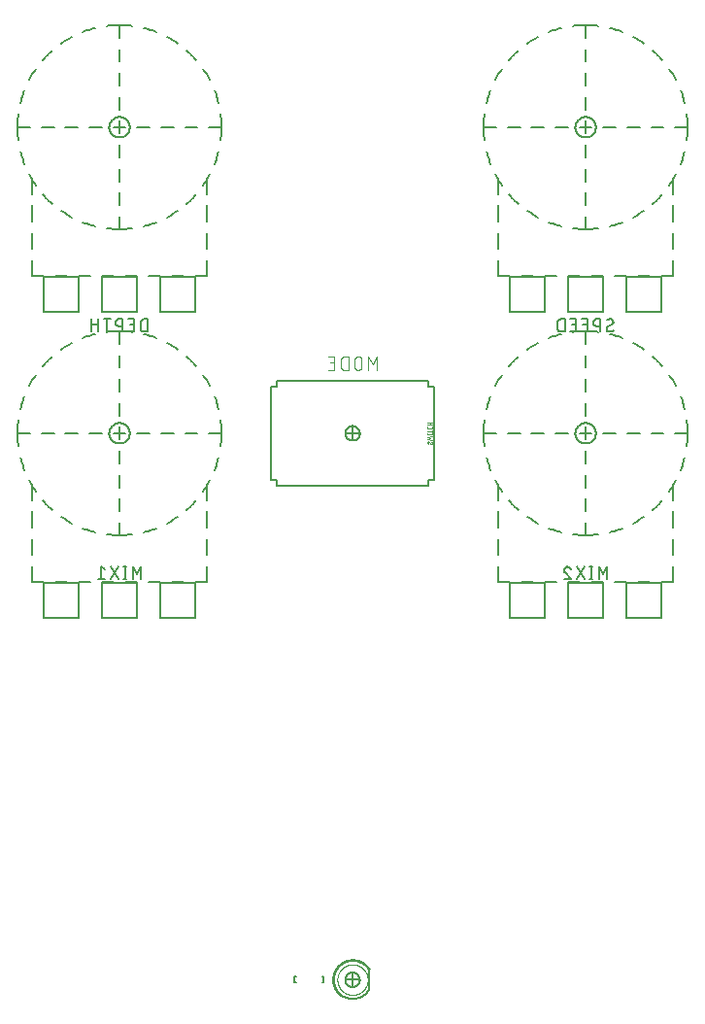
<source format=gbr>
G04 EAGLE Gerber RS-274X export*
G75*
%MOMM*%
%FSLAX34Y34*%
%LPD*%
%INSilkscreen Bottom*%
%IPPOS*%
%AMOC8*
5,1,8,0,0,1.08239X$1,22.5*%
G01*
%ADD10C,0.127000*%
%ADD11C,0.152400*%
%ADD12C,0.015238*%
%ADD13C,0.101600*%
%ADD14C,0.025400*%


D10*
X285750Y241300D02*
X298450Y241300D01*
X292100Y247650D02*
X292100Y234950D01*
D11*
X282448Y227584D02*
X282798Y227357D01*
X283154Y227138D01*
X283514Y226928D01*
X283880Y226727D01*
X284251Y226535D01*
X284626Y226352D01*
X285005Y226178D01*
X285388Y226013D01*
X285776Y225857D01*
X286167Y225711D01*
X286561Y225574D01*
X286959Y225447D01*
X287359Y225330D01*
X287762Y225222D01*
X288168Y225124D01*
X288576Y225036D01*
X288986Y224958D01*
X289398Y224889D01*
X289811Y224831D01*
X290226Y224782D01*
X290641Y224744D01*
X291058Y224716D01*
X291475Y224698D01*
X291892Y224689D01*
X292309Y224691D01*
X292727Y224703D01*
X293143Y224726D01*
X293559Y224758D01*
X293975Y224800D01*
X294389Y224852D01*
X294802Y224914D01*
X295213Y224987D01*
X295622Y225069D01*
X296029Y225161D01*
X296434Y225262D01*
X296836Y225374D01*
X297235Y225495D01*
X297632Y225626D01*
X298025Y225766D01*
X298414Y225916D01*
X298800Y226075D01*
X299182Y226244D01*
X299560Y226422D01*
X299933Y226608D01*
X300302Y226804D01*
X300666Y227009D01*
X301024Y227222D01*
X301378Y227444D01*
X301726Y227674D01*
X302068Y227913D01*
X302405Y228160D01*
X302735Y228415D01*
X303060Y228678D01*
X303377Y228948D01*
X303688Y229226D01*
X303993Y229512D01*
X304290Y229805D01*
X304580Y230105D01*
X304863Y230412D01*
X305138Y230726D01*
X305406Y231046D01*
X305666Y231373D01*
X305918Y231705D01*
X306161Y232044D01*
X306397Y232389D01*
X306161Y232044D01*
X305918Y231705D01*
X305666Y231373D01*
X305406Y231046D01*
X305138Y230726D01*
X304863Y230412D01*
X304580Y230105D01*
X304290Y229805D01*
X303993Y229512D01*
X303688Y229226D01*
X303377Y228948D01*
X303060Y228678D01*
X302735Y228415D01*
X302405Y228160D01*
X302068Y227913D01*
X301726Y227674D01*
X301378Y227444D01*
X301024Y227222D01*
X300666Y227009D01*
X300302Y226804D01*
X299933Y226608D01*
X299560Y226422D01*
X299182Y226244D01*
X298800Y226075D01*
X298414Y225916D01*
X298025Y225766D01*
X297632Y225626D01*
X297235Y225495D01*
X296836Y225374D01*
X296434Y225262D01*
X296029Y225161D01*
X295622Y225069D01*
X295213Y224987D01*
X294802Y224914D01*
X294389Y224852D01*
X293975Y224800D01*
X293559Y224758D01*
X293143Y224726D01*
X292727Y224703D01*
X292309Y224691D01*
X291892Y224689D01*
X291475Y224698D01*
X291058Y224716D01*
X290641Y224744D01*
X290226Y224782D01*
X289811Y224831D01*
X289398Y224889D01*
X288986Y224958D01*
X288576Y225036D01*
X288168Y225124D01*
X287762Y225222D01*
X287359Y225330D01*
X286959Y225447D01*
X286561Y225574D01*
X286167Y225711D01*
X285776Y225857D01*
X285388Y226013D01*
X285005Y226178D01*
X284626Y226352D01*
X284251Y226535D01*
X283880Y226727D01*
X283514Y226928D01*
X283154Y227138D01*
X282798Y227357D01*
X282448Y227584D01*
D12*
X306942Y250771D02*
X305772Y250055D01*
X305559Y250391D01*
X305338Y250721D01*
X305109Y251045D01*
X304872Y251364D01*
X304627Y251676D01*
X304374Y251983D01*
X304114Y252284D01*
X303847Y252578D01*
X303573Y252865D01*
X303291Y253145D01*
X303003Y253419D01*
X302709Y253685D01*
X302407Y253945D01*
X302100Y254196D01*
X301787Y254440D01*
X301467Y254676D01*
X301142Y254905D01*
X300812Y255125D01*
X300476Y255337D01*
X300135Y255541D01*
X299789Y255737D01*
X299438Y255924D01*
X299083Y256102D01*
X298724Y256272D01*
X298361Y256432D01*
X297994Y256584D01*
X297623Y256727D01*
X297249Y256860D01*
X296872Y256985D01*
X296491Y257100D01*
X296108Y257205D01*
X295723Y257302D01*
X295335Y257388D01*
X294946Y257466D01*
X294554Y257533D01*
X294161Y257592D01*
X293767Y257640D01*
X293372Y257679D01*
X292975Y257708D01*
X292579Y257727D01*
X292181Y257737D01*
X291784Y257737D01*
X291387Y257727D01*
X290990Y257707D01*
X290594Y257678D01*
X290199Y257639D01*
X289804Y257590D01*
X289411Y257532D01*
X289020Y257464D01*
X288630Y257387D01*
X288243Y257300D01*
X287857Y257203D01*
X287475Y257097D01*
X287094Y256982D01*
X286717Y256857D01*
X286343Y256724D01*
X285972Y256581D01*
X285605Y256429D01*
X285242Y256268D01*
X284883Y256098D01*
X284528Y255920D01*
X284178Y255733D01*
X283832Y255537D01*
X283491Y255333D01*
X283155Y255121D01*
X282825Y254900D01*
X282500Y254672D01*
X282181Y254435D01*
X281867Y254191D01*
X281560Y253939D01*
X281259Y253680D01*
X280964Y253413D01*
X280677Y253140D01*
X280395Y252859D01*
X280121Y252571D01*
X279854Y252277D01*
X279594Y251977D01*
X279342Y251670D01*
X279097Y251357D01*
X278860Y251038D01*
X278631Y250714D01*
X278410Y250384D01*
X278197Y250048D01*
X277993Y249708D01*
X277796Y249362D01*
X277609Y249012D01*
X277430Y248657D01*
X277259Y248299D01*
X277098Y247936D01*
X276945Y247569D01*
X276802Y247198D01*
X276667Y246825D01*
X276542Y246448D01*
X276426Y246068D01*
X276320Y245685D01*
X276223Y245300D01*
X276135Y244912D01*
X276057Y244523D01*
X275988Y244131D01*
X275929Y243738D01*
X275880Y243344D01*
X275840Y242949D01*
X275810Y242553D01*
X275790Y242156D01*
X275780Y241759D01*
X275779Y241362D01*
X275788Y240965D01*
X275807Y240568D01*
X275835Y240172D01*
X275873Y239776D01*
X275921Y239382D01*
X275978Y238989D01*
X276045Y238597D01*
X276122Y238207D01*
X276208Y237819D01*
X276304Y237434D01*
X276409Y237051D01*
X276523Y236670D01*
X276647Y236293D01*
X276780Y235918D01*
X276922Y235548D01*
X277073Y235180D01*
X277233Y234817D01*
X277402Y234457D01*
X277580Y234102D01*
X277766Y233751D01*
X277961Y233405D01*
X278164Y233063D01*
X278376Y232727D01*
X278596Y232396D01*
X278824Y232071D01*
X279059Y231751D01*
X279303Y231437D01*
X279554Y231129D01*
X279813Y230828D01*
X280079Y230533D01*
X280352Y230244D01*
X280632Y229962D01*
X280919Y229688D01*
X281212Y229420D01*
X281512Y229159D01*
X281818Y228906D01*
X282131Y228661D01*
X282449Y228423D01*
X282773Y228194D01*
X281999Y227062D01*
X281998Y227061D01*
X281647Y227310D01*
X281301Y227568D01*
X280962Y227834D01*
X280630Y228108D01*
X280304Y228391D01*
X279986Y228681D01*
X279675Y228979D01*
X279371Y229285D01*
X279074Y229598D01*
X278786Y229918D01*
X278505Y230245D01*
X278233Y230579D01*
X277968Y230919D01*
X277712Y231266D01*
X277465Y231619D01*
X277227Y231978D01*
X276997Y232343D01*
X276776Y232713D01*
X276565Y233088D01*
X276362Y233469D01*
X276170Y233854D01*
X275986Y234244D01*
X275812Y234639D01*
X275648Y235037D01*
X275494Y235440D01*
X275350Y235846D01*
X275216Y236255D01*
X275091Y236668D01*
X274977Y237084D01*
X274873Y237502D01*
X274780Y237923D01*
X274697Y238345D01*
X274624Y238770D01*
X274561Y239197D01*
X274509Y239624D01*
X274468Y240053D01*
X274437Y240483D01*
X274417Y240914D01*
X274407Y241345D01*
X274408Y241776D01*
X274419Y242206D01*
X274441Y242637D01*
X274473Y243067D01*
X274516Y243495D01*
X274570Y243923D01*
X274634Y244349D01*
X274708Y244774D01*
X274793Y245196D01*
X274888Y245617D01*
X274993Y246035D01*
X275109Y246450D01*
X275234Y246862D01*
X275370Y247271D01*
X275516Y247677D01*
X275672Y248079D01*
X275837Y248477D01*
X276012Y248870D01*
X276197Y249260D01*
X276391Y249644D01*
X276595Y250024D01*
X276808Y250399D01*
X277030Y250768D01*
X277261Y251132D01*
X277500Y251490D01*
X277749Y251842D01*
X278006Y252188D01*
X278271Y252528D01*
X278545Y252861D01*
X278827Y253187D01*
X279117Y253506D01*
X279414Y253818D01*
X279719Y254122D01*
X280032Y254419D01*
X280351Y254708D01*
X280678Y254990D01*
X281011Y255263D01*
X281351Y255528D01*
X281697Y255784D01*
X282050Y256032D01*
X282408Y256271D01*
X282773Y256502D01*
X283142Y256723D01*
X283517Y256935D01*
X283898Y257138D01*
X284283Y257332D01*
X284672Y257516D01*
X285066Y257691D01*
X285465Y257855D01*
X285867Y258010D01*
X286273Y258155D01*
X286682Y258290D01*
X287094Y258415D01*
X287510Y258530D01*
X287928Y258635D01*
X288348Y258729D01*
X288771Y258813D01*
X289196Y258887D01*
X289622Y258950D01*
X290050Y259003D01*
X290479Y259045D01*
X290908Y259077D01*
X291339Y259098D01*
X291770Y259109D01*
X292201Y259109D01*
X292632Y259098D01*
X293062Y259077D01*
X293492Y259045D01*
X293921Y259003D01*
X294348Y258951D01*
X294775Y258888D01*
X295199Y258814D01*
X295622Y258730D01*
X296043Y258636D01*
X296461Y258531D01*
X296876Y258416D01*
X297289Y258292D01*
X297698Y258157D01*
X298104Y258012D01*
X298506Y257857D01*
X298904Y257692D01*
X299298Y257518D01*
X299688Y257334D01*
X300073Y257140D01*
X300453Y256937D01*
X300829Y256725D01*
X301198Y256504D01*
X301563Y256273D01*
X301921Y256034D01*
X302274Y255786D01*
X302620Y255530D01*
X302960Y255265D01*
X303294Y254992D01*
X303620Y254711D01*
X303940Y254422D01*
X304252Y254125D01*
X304557Y253820D01*
X304855Y253509D01*
X305145Y253190D01*
X305426Y252864D01*
X305700Y252531D01*
X305966Y252191D01*
X306223Y251845D01*
X306472Y251493D01*
X306711Y251135D01*
X306942Y250772D01*
X306821Y250697D01*
X306591Y251058D01*
X306353Y251413D01*
X306107Y251762D01*
X305852Y252105D01*
X305588Y252442D01*
X305317Y252772D01*
X305037Y253095D01*
X304750Y253412D01*
X304455Y253721D01*
X304152Y254023D01*
X303842Y254317D01*
X303525Y254604D01*
X303201Y254883D01*
X302871Y255154D01*
X302533Y255416D01*
X302190Y255671D01*
X301840Y255917D01*
X301484Y256154D01*
X301123Y256382D01*
X300756Y256602D01*
X300384Y256812D01*
X300007Y257013D01*
X299625Y257205D01*
X299239Y257388D01*
X298848Y257561D01*
X298453Y257724D01*
X298054Y257878D01*
X297651Y258021D01*
X297245Y258155D01*
X296836Y258279D01*
X296424Y258393D01*
X296009Y258497D01*
X295592Y258590D01*
X295173Y258673D01*
X294752Y258746D01*
X294329Y258809D01*
X293905Y258861D01*
X293479Y258903D01*
X293053Y258934D01*
X292626Y258955D01*
X292199Y258966D01*
X291771Y258966D01*
X291344Y258955D01*
X290917Y258934D01*
X290491Y258903D01*
X290065Y258861D01*
X289641Y258808D01*
X289218Y258746D01*
X288797Y258673D01*
X288378Y258589D01*
X287961Y258496D01*
X287546Y258392D01*
X287134Y258278D01*
X286725Y258154D01*
X286319Y258020D01*
X285916Y257876D01*
X285518Y257723D01*
X285123Y257559D01*
X284732Y257386D01*
X284345Y257203D01*
X283963Y257011D01*
X283586Y256810D01*
X283214Y256600D01*
X282847Y256380D01*
X282486Y256151D01*
X282131Y255914D01*
X281781Y255668D01*
X281437Y255414D01*
X281100Y255151D01*
X280770Y254880D01*
X280446Y254601D01*
X280129Y254314D01*
X279819Y254020D01*
X279516Y253718D01*
X279221Y253409D01*
X278934Y253092D01*
X278655Y252769D01*
X278383Y252438D01*
X278120Y252102D01*
X277865Y251759D01*
X277618Y251409D01*
X277380Y251054D01*
X277151Y250693D01*
X276931Y250327D01*
X276720Y249955D01*
X276518Y249579D01*
X276325Y249197D01*
X276142Y248811D01*
X275968Y248420D01*
X275804Y248025D01*
X275650Y247627D01*
X275505Y247225D01*
X275371Y246819D01*
X275246Y246410D01*
X275131Y245998D01*
X275027Y245584D01*
X274933Y245167D01*
X274849Y244748D01*
X274775Y244327D01*
X274711Y243904D01*
X274658Y243480D01*
X274616Y243054D01*
X274584Y242628D01*
X274562Y242201D01*
X274551Y241774D01*
X274550Y241346D01*
X274560Y240919D01*
X274580Y240492D01*
X274611Y240066D01*
X274652Y239640D01*
X274703Y239216D01*
X274765Y238793D01*
X274837Y238372D01*
X274920Y237952D01*
X275013Y237535D01*
X275116Y237120D01*
X275229Y236708D01*
X275352Y236299D01*
X275485Y235892D01*
X275628Y235490D01*
X275781Y235090D01*
X275944Y234695D01*
X276116Y234304D01*
X276298Y233917D01*
X276489Y233535D01*
X276690Y233157D01*
X276900Y232785D01*
X277119Y232418D01*
X277346Y232056D01*
X277583Y231700D01*
X277828Y231350D01*
X278082Y231006D01*
X278344Y230668D01*
X278614Y230337D01*
X278893Y230013D01*
X279179Y229695D01*
X279473Y229385D01*
X279774Y229082D01*
X280083Y228786D01*
X280399Y228498D01*
X280722Y228218D01*
X281052Y227946D01*
X281388Y227682D01*
X281730Y227426D01*
X282079Y227179D01*
X282160Y227297D01*
X281814Y227542D01*
X281474Y227796D01*
X281141Y228058D01*
X280814Y228328D01*
X280494Y228605D01*
X280180Y228891D01*
X279874Y229184D01*
X279575Y229485D01*
X279284Y229793D01*
X279000Y230107D01*
X278724Y230429D01*
X278456Y230758D01*
X278196Y231093D01*
X277944Y231434D01*
X277701Y231781D01*
X277466Y232134D01*
X277240Y232493D01*
X277023Y232857D01*
X276815Y233226D01*
X276616Y233601D01*
X276427Y233980D01*
X276246Y234364D01*
X276075Y234752D01*
X275914Y235144D01*
X275762Y235539D01*
X275620Y235939D01*
X275488Y236342D01*
X275366Y236748D01*
X275254Y237157D01*
X275152Y237568D01*
X275060Y237982D01*
X274978Y238398D01*
X274906Y238816D01*
X274845Y239235D01*
X274794Y239656D01*
X274753Y240078D01*
X274723Y240501D01*
X274703Y240924D01*
X274693Y241348D01*
X274694Y241772D01*
X274705Y242196D01*
X274726Y242619D01*
X274758Y243042D01*
X274801Y243464D01*
X274853Y243885D01*
X274916Y244304D01*
X274989Y244721D01*
X275073Y245137D01*
X275166Y245551D01*
X275270Y245962D01*
X275383Y246370D01*
X275507Y246776D01*
X275641Y247178D01*
X275784Y247577D01*
X275937Y247972D01*
X276100Y248364D01*
X276272Y248751D01*
X276454Y249134D01*
X276645Y249513D01*
X276845Y249886D01*
X277055Y250255D01*
X277273Y250618D01*
X277500Y250976D01*
X277736Y251328D01*
X277981Y251675D01*
X278233Y252015D01*
X278495Y252349D01*
X278764Y252677D01*
X279041Y252997D01*
X279326Y253311D01*
X279619Y253618D01*
X279919Y253917D01*
X280226Y254210D01*
X280540Y254494D01*
X280862Y254771D01*
X281189Y255039D01*
X281524Y255300D01*
X281865Y255552D01*
X282211Y255796D01*
X282564Y256032D01*
X282922Y256258D01*
X283286Y256476D01*
X283655Y256685D01*
X284029Y256884D01*
X284408Y257075D01*
X284791Y257256D01*
X285179Y257428D01*
X285570Y257590D01*
X285966Y257742D01*
X286365Y257885D01*
X286768Y258018D01*
X287174Y258141D01*
X287582Y258254D01*
X287993Y258357D01*
X288407Y258449D01*
X288823Y258532D01*
X289241Y258605D01*
X289660Y258667D01*
X290081Y258719D01*
X290503Y258760D01*
X290925Y258791D01*
X291349Y258812D01*
X291773Y258823D01*
X292197Y258823D01*
X292620Y258812D01*
X293044Y258792D01*
X293467Y258761D01*
X293889Y258719D01*
X294309Y258667D01*
X294729Y258605D01*
X295147Y258533D01*
X295562Y258450D01*
X295976Y258358D01*
X296387Y258255D01*
X296796Y258142D01*
X297202Y258019D01*
X297604Y257886D01*
X298004Y257744D01*
X298399Y257591D01*
X298791Y257429D01*
X299179Y257258D01*
X299562Y257077D01*
X299941Y256886D01*
X300315Y256687D01*
X300684Y256478D01*
X301048Y256261D01*
X301406Y256034D01*
X301759Y255799D01*
X302106Y255555D01*
X302446Y255303D01*
X302781Y255042D01*
X303109Y254774D01*
X303430Y254497D01*
X303745Y254213D01*
X304052Y253921D01*
X304352Y253621D01*
X304645Y253315D01*
X304930Y253001D01*
X305207Y252680D01*
X305476Y252353D01*
X305738Y252019D01*
X305991Y251679D01*
X306235Y251332D01*
X306471Y250980D01*
X306699Y250622D01*
X306577Y250548D01*
X306351Y250902D01*
X306117Y251252D01*
X305875Y251595D01*
X305624Y251933D01*
X305365Y252264D01*
X305097Y252588D01*
X304822Y252906D01*
X304540Y253217D01*
X304249Y253522D01*
X303952Y253819D01*
X303647Y254108D01*
X303335Y254390D01*
X303017Y254664D01*
X302691Y254931D01*
X302360Y255189D01*
X302022Y255439D01*
X301678Y255681D01*
X301328Y255914D01*
X300972Y256139D01*
X300612Y256355D01*
X300246Y256562D01*
X299875Y256760D01*
X299499Y256948D01*
X299119Y257128D01*
X298734Y257298D01*
X298346Y257459D01*
X297953Y257610D01*
X297558Y257751D01*
X297158Y257883D01*
X296756Y258005D01*
X296351Y258117D01*
X295943Y258219D01*
X295532Y258311D01*
X295120Y258392D01*
X294706Y258464D01*
X294290Y258526D01*
X293873Y258577D01*
X293454Y258618D01*
X293035Y258649D01*
X292615Y258670D01*
X292195Y258680D01*
X291774Y258680D01*
X291354Y258669D01*
X290934Y258649D01*
X290515Y258618D01*
X290096Y258576D01*
X289679Y258525D01*
X289263Y258463D01*
X288849Y258391D01*
X288437Y258309D01*
X288026Y258217D01*
X287618Y258115D01*
X287213Y258003D01*
X286811Y257881D01*
X286412Y257750D01*
X286016Y257608D01*
X285623Y257457D01*
X285235Y257296D01*
X284850Y257126D01*
X284470Y256946D01*
X284095Y256757D01*
X283724Y256559D01*
X283358Y256352D01*
X282997Y256136D01*
X282642Y255912D01*
X282292Y255678D01*
X281948Y255436D01*
X281610Y255186D01*
X281279Y254928D01*
X280954Y254661D01*
X280635Y254387D01*
X280323Y254105D01*
X280019Y253815D01*
X279721Y253518D01*
X279431Y253214D01*
X279148Y252902D01*
X278873Y252584D01*
X278606Y252260D01*
X278347Y251928D01*
X278096Y251591D01*
X277854Y251248D01*
X277620Y250898D01*
X277395Y250543D01*
X277178Y250183D01*
X276970Y249817D01*
X276772Y249447D01*
X276582Y249071D01*
X276402Y248692D01*
X276231Y248307D01*
X276070Y247919D01*
X275918Y247527D01*
X275776Y247131D01*
X275643Y246732D01*
X275521Y246330D01*
X275408Y245925D01*
X275305Y245518D01*
X275212Y245108D01*
X275130Y244695D01*
X275057Y244281D01*
X274995Y243865D01*
X274943Y243448D01*
X274901Y243030D01*
X274869Y242611D01*
X274848Y242191D01*
X274837Y241770D01*
X274836Y241350D01*
X274845Y240930D01*
X274865Y240510D01*
X274895Y240090D01*
X274936Y239672D01*
X274986Y239254D01*
X275047Y238838D01*
X275118Y238424D01*
X275200Y238012D01*
X275291Y237601D01*
X275392Y237193D01*
X275503Y236788D01*
X275625Y236385D01*
X275756Y235986D01*
X275896Y235589D01*
X276047Y235197D01*
X276207Y234808D01*
X276376Y234423D01*
X276555Y234043D01*
X276743Y233667D01*
X276940Y233295D01*
X277147Y232929D01*
X277362Y232568D01*
X277586Y232212D01*
X277819Y231862D01*
X278060Y231518D01*
X278309Y231179D01*
X278567Y230847D01*
X278833Y230521D01*
X279107Y230202D01*
X279388Y229890D01*
X279677Y229585D01*
X279974Y229287D01*
X280278Y228996D01*
X280588Y228713D01*
X280906Y228437D01*
X281230Y228169D01*
X281561Y227910D01*
X281898Y227658D01*
X282241Y227415D01*
X282321Y227533D01*
X281981Y227774D01*
X281647Y228024D01*
X281319Y228281D01*
X280998Y228547D01*
X280683Y228820D01*
X280375Y229101D01*
X280074Y229389D01*
X279780Y229685D01*
X279493Y229987D01*
X279214Y230297D01*
X278942Y230614D01*
X278679Y230937D01*
X278423Y231266D01*
X278176Y231602D01*
X277937Y231943D01*
X277706Y232290D01*
X277484Y232643D01*
X277270Y233001D01*
X277066Y233364D01*
X276870Y233733D01*
X276683Y234106D01*
X276506Y234483D01*
X276338Y234864D01*
X276179Y235250D01*
X276030Y235639D01*
X275891Y236032D01*
X275761Y236428D01*
X275641Y236828D01*
X275530Y237230D01*
X275430Y237634D01*
X275339Y238041D01*
X275259Y238450D01*
X275189Y238861D01*
X275128Y239274D01*
X275078Y239688D01*
X275038Y240103D01*
X275008Y240519D01*
X274988Y240935D01*
X274979Y241352D01*
X274980Y241769D01*
X274991Y242185D01*
X275012Y242602D01*
X275043Y243018D01*
X275085Y243432D01*
X275137Y243846D01*
X275198Y244258D01*
X275270Y244669D01*
X275352Y245078D01*
X275444Y245485D01*
X275546Y245889D01*
X275658Y246290D01*
X275780Y246689D01*
X275911Y247085D01*
X276052Y247477D01*
X276203Y247866D01*
X276363Y248251D01*
X276532Y248632D01*
X276711Y249009D01*
X276899Y249381D01*
X277096Y249748D01*
X277302Y250111D01*
X277516Y250468D01*
X277740Y250820D01*
X277972Y251167D01*
X278212Y251507D01*
X278461Y251842D01*
X278718Y252170D01*
X278983Y252492D01*
X279255Y252808D01*
X279536Y253116D01*
X279823Y253418D01*
X280118Y253713D01*
X280420Y254000D01*
X280730Y254280D01*
X281046Y254552D01*
X281368Y254816D01*
X281697Y255072D01*
X282032Y255320D01*
X282373Y255560D01*
X282720Y255792D01*
X283072Y256015D01*
X283430Y256229D01*
X283793Y256434D01*
X284160Y256630D01*
X284533Y256818D01*
X284910Y256996D01*
X285291Y257165D01*
X285676Y257324D01*
X286065Y257474D01*
X286458Y257614D01*
X286854Y257745D01*
X287253Y257866D01*
X287655Y257977D01*
X288059Y258078D01*
X288466Y258170D01*
X288875Y258251D01*
X289286Y258322D01*
X289698Y258383D01*
X290112Y258434D01*
X290527Y258475D01*
X290943Y258506D01*
X291359Y258526D01*
X291776Y258537D01*
X292193Y258537D01*
X292609Y258527D01*
X293026Y258506D01*
X293442Y258476D01*
X293857Y258435D01*
X294270Y258384D01*
X294683Y258323D01*
X295094Y258252D01*
X295503Y258171D01*
X295909Y258080D01*
X296314Y257978D01*
X296716Y257867D01*
X297115Y257747D01*
X297511Y257616D01*
X297903Y257476D01*
X298292Y257326D01*
X298678Y257167D01*
X299059Y256998D01*
X299436Y256820D01*
X299809Y256633D01*
X300176Y256437D01*
X300539Y256231D01*
X300897Y256017D01*
X301250Y255795D01*
X301596Y255563D01*
X301938Y255324D01*
X302273Y255076D01*
X302602Y254819D01*
X302924Y254555D01*
X303240Y254283D01*
X303549Y254004D01*
X303852Y253717D01*
X304147Y253422D01*
X304435Y253120D01*
X304715Y252812D01*
X304988Y252497D01*
X305253Y252175D01*
X305510Y251846D01*
X305758Y251512D01*
X305999Y251171D01*
X306231Y250825D01*
X306455Y250473D01*
X306333Y250398D01*
X306111Y250747D01*
X305881Y251091D01*
X305642Y251428D01*
X305396Y251760D01*
X305141Y252086D01*
X304878Y252405D01*
X304608Y252717D01*
X304330Y253023D01*
X304044Y253322D01*
X303752Y253614D01*
X303452Y253899D01*
X303145Y254176D01*
X302832Y254446D01*
X302512Y254708D01*
X302186Y254962D01*
X301853Y255208D01*
X301515Y255446D01*
X301171Y255675D01*
X300822Y255896D01*
X300467Y256108D01*
X300107Y256312D01*
X299742Y256506D01*
X299373Y256692D01*
X298999Y256868D01*
X298621Y257035D01*
X298239Y257193D01*
X297853Y257342D01*
X297464Y257481D01*
X297071Y257610D01*
X296676Y257730D01*
X296277Y257840D01*
X295876Y257940D01*
X295473Y258031D01*
X295067Y258111D01*
X294660Y258182D01*
X294251Y258242D01*
X293841Y258293D01*
X293429Y258333D01*
X293017Y258364D01*
X292604Y258384D01*
X292191Y258394D01*
X291777Y258394D01*
X291364Y258383D01*
X290951Y258363D01*
X290539Y258333D01*
X290127Y258292D01*
X289717Y258242D01*
X289308Y258181D01*
X288901Y258110D01*
X288495Y258030D01*
X288092Y257939D01*
X287691Y257839D01*
X287292Y257728D01*
X286897Y257609D01*
X286504Y257479D01*
X286115Y257340D01*
X285729Y257191D01*
X285347Y257033D01*
X284969Y256866D01*
X284595Y256689D01*
X284226Y256503D01*
X283861Y256309D01*
X283502Y256105D01*
X283147Y255893D01*
X282798Y255672D01*
X282454Y255442D01*
X282116Y255204D01*
X281783Y254958D01*
X281457Y254704D01*
X281137Y254442D01*
X280824Y254172D01*
X280518Y253895D01*
X280218Y253610D01*
X279926Y253318D01*
X279640Y253019D01*
X279362Y252713D01*
X279092Y252400D01*
X278829Y252081D01*
X278575Y251755D01*
X278328Y251423D01*
X278090Y251086D01*
X277860Y250742D01*
X277638Y250393D01*
X277425Y250039D01*
X277221Y249679D01*
X277026Y249315D01*
X276839Y248946D01*
X276662Y248572D01*
X276494Y248195D01*
X276335Y247813D01*
X276186Y247427D01*
X276046Y247038D01*
X275916Y246646D01*
X275795Y246251D01*
X275685Y245852D01*
X275583Y245451D01*
X275492Y245048D01*
X275411Y244643D01*
X275340Y244236D01*
X275278Y243827D01*
X275227Y243417D01*
X275186Y243005D01*
X275155Y242593D01*
X275134Y242180D01*
X275123Y241767D01*
X275122Y241354D01*
X275131Y240940D01*
X275151Y240527D01*
X275180Y240115D01*
X275220Y239703D01*
X275270Y239293D01*
X275330Y238884D01*
X275400Y238477D01*
X275479Y238071D01*
X275569Y237667D01*
X275669Y237266D01*
X275778Y236867D01*
X275897Y236472D01*
X276026Y236079D01*
X276164Y235689D01*
X276312Y235303D01*
X276469Y234921D01*
X276636Y234542D01*
X276812Y234168D01*
X276997Y233799D01*
X277191Y233434D01*
X277394Y233073D01*
X277605Y232718D01*
X277826Y232368D01*
X278054Y232024D01*
X278292Y231685D01*
X278537Y231353D01*
X278790Y231026D01*
X279052Y230706D01*
X279321Y230392D01*
X279598Y230085D01*
X279882Y229785D01*
X280173Y229492D01*
X280472Y229206D01*
X280777Y228927D01*
X281090Y228656D01*
X281408Y228393D01*
X281734Y228138D01*
X282065Y227890D01*
X282402Y227651D01*
X282483Y227769D01*
X282149Y228006D01*
X281820Y228252D01*
X281498Y228505D01*
X281182Y228766D01*
X280872Y229034D01*
X280569Y229311D01*
X280273Y229594D01*
X279984Y229885D01*
X279702Y230182D01*
X279428Y230487D01*
X279161Y230798D01*
X278902Y231116D01*
X278651Y231439D01*
X278407Y231769D01*
X278172Y232105D01*
X277945Y232446D01*
X277727Y232793D01*
X277517Y233145D01*
X277316Y233503D01*
X277124Y233865D01*
X276940Y234231D01*
X276766Y234602D01*
X276601Y234977D01*
X276445Y235356D01*
X276298Y235739D01*
X276161Y236125D01*
X276033Y236515D01*
X275915Y236907D01*
X275807Y237303D01*
X275708Y237700D01*
X275619Y238101D01*
X275540Y238503D01*
X275471Y238907D01*
X275412Y239312D01*
X275362Y239719D01*
X275323Y240127D01*
X275294Y240536D01*
X275274Y240946D01*
X275265Y241355D01*
X275266Y241765D01*
X275276Y242175D01*
X275297Y242584D01*
X275328Y242993D01*
X275369Y243401D01*
X275420Y243808D01*
X275481Y244213D01*
X275552Y244617D01*
X275632Y245019D01*
X275723Y245418D01*
X275823Y245816D01*
X275933Y246211D01*
X276052Y246603D01*
X276181Y246992D01*
X276320Y247378D01*
X276468Y247760D01*
X276625Y248138D01*
X276792Y248513D01*
X276968Y248883D01*
X277153Y249249D01*
X277346Y249610D01*
X277549Y249967D01*
X277760Y250318D01*
X277980Y250664D01*
X278208Y251005D01*
X278444Y251339D01*
X278689Y251668D01*
X278941Y251991D01*
X279201Y252308D01*
X279469Y252618D01*
X279745Y252922D01*
X280028Y253218D01*
X280318Y253508D01*
X280615Y253790D01*
X280919Y254065D01*
X281229Y254333D01*
X281547Y254592D01*
X281870Y254844D01*
X282199Y255088D01*
X282534Y255324D01*
X282875Y255552D01*
X283222Y255771D01*
X283574Y255981D01*
X283930Y256183D01*
X284292Y256376D01*
X284658Y256560D01*
X285029Y256736D01*
X285403Y256902D01*
X285782Y257058D01*
X286165Y257206D01*
X286551Y257344D01*
X286940Y257472D01*
X287332Y257591D01*
X287727Y257700D01*
X288125Y257800D01*
X288525Y257890D01*
X288927Y257970D01*
X289331Y258040D01*
X289736Y258100D01*
X290143Y258150D01*
X290551Y258190D01*
X290960Y258220D01*
X291369Y258241D01*
X291779Y258251D01*
X292189Y258251D01*
X292598Y258241D01*
X293008Y258221D01*
X293417Y258191D01*
X293825Y258151D01*
X294231Y258101D01*
X294637Y258041D01*
X295041Y257971D01*
X295443Y257891D01*
X295843Y257801D01*
X296240Y257702D01*
X296636Y257593D01*
X297028Y257474D01*
X297417Y257346D01*
X297803Y257208D01*
X298186Y257061D01*
X298564Y256904D01*
X298939Y256738D01*
X299310Y256563D01*
X299676Y256379D01*
X300038Y256186D01*
X300395Y255985D01*
X300747Y255774D01*
X301093Y255555D01*
X301434Y255328D01*
X301769Y255092D01*
X302099Y254848D01*
X302422Y254597D01*
X302739Y254337D01*
X303050Y254070D01*
X303354Y253795D01*
X303651Y253512D01*
X303942Y253223D01*
X304225Y252926D01*
X304500Y252623D01*
X304768Y252313D01*
X305029Y251997D01*
X305281Y251674D01*
X305526Y251345D01*
X305763Y251010D01*
X305991Y250670D01*
X306211Y250324D01*
X306089Y250249D01*
X305871Y250592D01*
X305644Y250930D01*
X305410Y251261D01*
X305167Y251587D01*
X304917Y251907D01*
X304659Y252221D01*
X304393Y252529D01*
X304120Y252829D01*
X303839Y253123D01*
X303551Y253410D01*
X303257Y253690D01*
X302955Y253963D01*
X302647Y254228D01*
X302333Y254485D01*
X302012Y254735D01*
X301685Y254977D01*
X301353Y255210D01*
X301015Y255436D01*
X300671Y255653D01*
X300322Y255861D01*
X299969Y256061D01*
X299610Y256253D01*
X299247Y256435D01*
X298879Y256608D01*
X298508Y256773D01*
X298132Y256928D01*
X297753Y257074D01*
X297370Y257211D01*
X296984Y257338D01*
X296595Y257456D01*
X296204Y257564D01*
X295809Y257662D01*
X295413Y257751D01*
X295014Y257830D01*
X294614Y257900D01*
X294212Y257959D01*
X293809Y258009D01*
X293404Y258048D01*
X292999Y258078D01*
X292593Y258098D01*
X292187Y258108D01*
X291780Y258108D01*
X291374Y258098D01*
X290968Y258078D01*
X290563Y258048D01*
X290158Y258008D01*
X289755Y257958D01*
X289353Y257898D01*
X288953Y257829D01*
X288554Y257750D01*
X288158Y257661D01*
X287763Y257562D01*
X287372Y257454D01*
X286983Y257336D01*
X286597Y257208D01*
X286214Y257072D01*
X285835Y256925D01*
X285460Y256770D01*
X285088Y256605D01*
X284721Y256432D01*
X284358Y256249D01*
X283999Y256058D01*
X283645Y255858D01*
X283297Y255649D01*
X282953Y255432D01*
X282615Y255206D01*
X282283Y254972D01*
X281956Y254731D01*
X281636Y254481D01*
X281321Y254223D01*
X281014Y253958D01*
X280712Y253685D01*
X280418Y253405D01*
X280130Y253118D01*
X279850Y252824D01*
X279576Y252523D01*
X279311Y252216D01*
X279053Y251902D01*
X278802Y251582D01*
X278560Y251256D01*
X278325Y250924D01*
X278099Y250586D01*
X277882Y250243D01*
X277672Y249895D01*
X277471Y249541D01*
X277279Y249183D01*
X277096Y248820D01*
X276922Y248453D01*
X276757Y248082D01*
X276601Y247707D01*
X276454Y247328D01*
X276317Y246945D01*
X276189Y246560D01*
X276070Y246171D01*
X275961Y245779D01*
X275862Y245385D01*
X275772Y244989D01*
X275692Y244591D01*
X275622Y244190D01*
X275562Y243788D01*
X275511Y243385D01*
X275471Y242981D01*
X275440Y242576D01*
X275419Y242170D01*
X275409Y241764D01*
X275408Y241357D01*
X275417Y240951D01*
X275436Y240545D01*
X275465Y240140D01*
X275504Y239735D01*
X275553Y239332D01*
X275612Y238930D01*
X275681Y238529D01*
X275759Y238130D01*
X275847Y237734D01*
X275945Y237339D01*
X276053Y236947D01*
X276170Y236558D01*
X276296Y236172D01*
X276432Y235789D01*
X276578Y235410D01*
X276732Y235034D01*
X276896Y234662D01*
X277069Y234294D01*
X277251Y233931D01*
X277441Y233572D01*
X277641Y233218D01*
X277849Y232868D01*
X278065Y232525D01*
X278290Y232186D01*
X278523Y231853D01*
X278764Y231526D01*
X279013Y231205D01*
X279270Y230890D01*
X279535Y230582D01*
X279807Y230280D01*
X280086Y229985D01*
X280373Y229696D01*
X280666Y229415D01*
X280967Y229142D01*
X281274Y228875D01*
X281587Y228616D01*
X281906Y228365D01*
X282232Y228122D01*
X282564Y227887D01*
X282644Y228005D01*
X282316Y228238D01*
X281993Y228479D01*
X281676Y228728D01*
X281365Y228985D01*
X281061Y229249D01*
X280764Y229520D01*
X280473Y229799D01*
X280189Y230085D01*
X279912Y230377D01*
X279642Y230677D01*
X279380Y230982D01*
X279125Y231295D01*
X278878Y231613D01*
X278639Y231937D01*
X278408Y232267D01*
X278185Y232603D01*
X277970Y232944D01*
X277764Y233290D01*
X277567Y233641D01*
X277378Y233996D01*
X277197Y234357D01*
X277026Y234721D01*
X276864Y235090D01*
X276710Y235463D01*
X276566Y235839D01*
X276431Y236219D01*
X276306Y236601D01*
X276190Y236987D01*
X276083Y237376D01*
X275986Y237767D01*
X275899Y238160D01*
X275821Y238555D01*
X275753Y238952D01*
X275695Y239351D01*
X275646Y239751D01*
X275608Y240152D01*
X275579Y240554D01*
X275560Y240956D01*
X275551Y241359D01*
X275552Y241762D01*
X275562Y242165D01*
X275583Y242567D01*
X275613Y242969D01*
X275653Y243369D01*
X275703Y243769D01*
X275763Y244168D01*
X275833Y244564D01*
X275912Y244959D01*
X276001Y245352D01*
X276099Y245743D01*
X276207Y246131D01*
X276325Y246516D01*
X276452Y246899D01*
X276588Y247278D01*
X276734Y247654D01*
X276888Y248026D01*
X277052Y248394D01*
X277225Y248758D01*
X277406Y249117D01*
X277597Y249472D01*
X277796Y249823D01*
X278003Y250168D01*
X278219Y250508D01*
X278443Y250843D01*
X278676Y251172D01*
X278916Y251495D01*
X279164Y251812D01*
X279420Y252124D01*
X279683Y252428D01*
X279954Y252727D01*
X280232Y253018D01*
X280517Y253303D01*
X280809Y253580D01*
X281108Y253851D01*
X281413Y254114D01*
X281725Y254369D01*
X282043Y254617D01*
X282367Y254856D01*
X282696Y255088D01*
X283031Y255312D01*
X283372Y255527D01*
X283717Y255734D01*
X284068Y255933D01*
X284423Y256122D01*
X284783Y256303D01*
X285147Y256475D01*
X285516Y256639D01*
X285888Y256793D01*
X286264Y256937D01*
X286643Y257073D01*
X287026Y257199D01*
X287411Y257316D01*
X287800Y257424D01*
X288190Y257522D01*
X288584Y257610D01*
X288979Y257688D01*
X289376Y257757D01*
X289774Y257816D01*
X290174Y257866D01*
X290575Y257905D01*
X290977Y257935D01*
X291379Y257955D01*
X291782Y257965D01*
X292185Y257965D01*
X292587Y257955D01*
X292990Y257935D01*
X293392Y257906D01*
X293792Y257867D01*
X294192Y257817D01*
X294591Y257758D01*
X294988Y257690D01*
X295383Y257611D01*
X295776Y257523D01*
X296167Y257426D01*
X296555Y257318D01*
X296941Y257202D01*
X297323Y257076D01*
X297703Y256940D01*
X298079Y256795D01*
X298451Y256642D01*
X298820Y256479D01*
X299184Y256307D01*
X299544Y256126D01*
X299899Y255936D01*
X300250Y255738D01*
X300596Y255531D01*
X300936Y255316D01*
X301272Y255093D01*
X301601Y254861D01*
X301925Y254621D01*
X302243Y254374D01*
X302555Y254119D01*
X302860Y253856D01*
X303159Y253586D01*
X303451Y253308D01*
X303736Y253024D01*
X304014Y252732D01*
X304285Y252434D01*
X304549Y252129D01*
X304805Y251818D01*
X305053Y251501D01*
X305294Y251178D01*
X305526Y250849D01*
X305751Y250514D01*
X305967Y250174D01*
X305845Y250100D01*
X305631Y250437D01*
X305408Y250768D01*
X305178Y251095D01*
X304939Y251415D01*
X304693Y251729D01*
X304439Y252038D01*
X304178Y252340D01*
X303909Y252635D01*
X303634Y252924D01*
X303351Y253206D01*
X303061Y253481D01*
X302765Y253749D01*
X302462Y254009D01*
X302153Y254262D01*
X301838Y254508D01*
X301517Y254745D01*
X301190Y254975D01*
X300858Y255196D01*
X300521Y255410D01*
X300178Y255615D01*
X299830Y255811D01*
X299478Y255999D01*
X299121Y256178D01*
X298760Y256349D01*
X298395Y256510D01*
X298025Y256663D01*
X297653Y256806D01*
X297277Y256940D01*
X296897Y257065D01*
X296515Y257181D01*
X296130Y257287D01*
X295743Y257384D01*
X295353Y257472D01*
X294961Y257549D01*
X294568Y257617D01*
X294173Y257676D01*
X293776Y257724D01*
X293379Y257763D01*
X292981Y257793D01*
X292582Y257812D01*
X292183Y257822D01*
X291783Y257822D01*
X291384Y257812D01*
X290985Y257792D01*
X290587Y257763D01*
X290189Y257724D01*
X289793Y257675D01*
X289398Y257616D01*
X289005Y257548D01*
X288613Y257470D01*
X288223Y257382D01*
X287836Y257285D01*
X287451Y257179D01*
X287069Y257063D01*
X286690Y256938D01*
X286314Y256803D01*
X285941Y256660D01*
X285572Y256507D01*
X285207Y256345D01*
X284846Y256175D01*
X284489Y255995D01*
X284137Y255807D01*
X283789Y255611D01*
X283446Y255405D01*
X283109Y255192D01*
X282777Y254970D01*
X282450Y254740D01*
X282129Y254503D01*
X281814Y254257D01*
X281505Y254004D01*
X281203Y253744D01*
X280907Y253476D01*
X280617Y253200D01*
X280335Y252918D01*
X280059Y252629D01*
X279791Y252334D01*
X279529Y252032D01*
X279276Y251723D01*
X279030Y251408D01*
X278792Y251088D01*
X278561Y250762D01*
X278339Y250430D01*
X278125Y250093D01*
X277919Y249750D01*
X277722Y249403D01*
X277533Y249051D01*
X277353Y248695D01*
X277182Y248334D01*
X277020Y247969D01*
X276866Y247600D01*
X276722Y247228D01*
X276587Y246852D01*
X276461Y246473D01*
X276345Y246091D01*
X276238Y245707D01*
X276140Y245319D01*
X276052Y244930D01*
X275973Y244538D01*
X275904Y244145D01*
X275845Y243750D01*
X275795Y243354D01*
X275756Y242956D01*
X275726Y242558D01*
X275705Y242159D01*
X275695Y241760D01*
X275694Y241361D01*
X275703Y240961D01*
X275722Y240563D01*
X275750Y240164D01*
X275789Y239767D01*
X275837Y239370D01*
X275894Y238975D01*
X275962Y238581D01*
X276039Y238190D01*
X276125Y237800D01*
X276222Y237412D01*
X276327Y237027D01*
X276442Y236645D01*
X276567Y236265D01*
X276700Y235889D01*
X276843Y235516D01*
X276995Y235147D01*
X277156Y234781D01*
X277326Y234420D01*
X277504Y234062D01*
X277692Y233710D01*
X277888Y233362D01*
X278092Y233019D01*
X278305Y232681D01*
X278526Y232348D01*
X278755Y232021D01*
X278992Y231700D01*
X279237Y231384D01*
X279489Y231075D01*
X279749Y230771D01*
X280016Y230475D01*
X280291Y230185D01*
X280572Y229901D01*
X280861Y229625D01*
X281156Y229356D01*
X281457Y229094D01*
X281765Y228840D01*
X282079Y228593D01*
X282399Y228354D01*
X282725Y228123D01*
D11*
X306397Y232389D02*
X306397Y250349D01*
D13*
X278841Y241300D02*
X278845Y241625D01*
X278857Y241951D01*
X278877Y242275D01*
X278905Y242600D01*
X278941Y242923D01*
X278985Y243245D01*
X279036Y243567D01*
X279096Y243887D01*
X279163Y244205D01*
X279238Y244522D01*
X279321Y244836D01*
X279412Y245149D01*
X279510Y245459D01*
X279616Y245767D01*
X279729Y246072D01*
X279850Y246374D01*
X279978Y246673D01*
X280114Y246969D01*
X280257Y247261D01*
X280407Y247550D01*
X280564Y247835D01*
X280727Y248116D01*
X280898Y248394D01*
X281076Y248666D01*
X281260Y248935D01*
X281450Y249198D01*
X281647Y249457D01*
X281851Y249711D01*
X282060Y249960D01*
X282276Y250204D01*
X282497Y250443D01*
X282724Y250676D01*
X282957Y250903D01*
X283196Y251124D01*
X283440Y251340D01*
X283689Y251549D01*
X283943Y251753D01*
X284202Y251950D01*
X284465Y252140D01*
X284734Y252324D01*
X285006Y252502D01*
X285284Y252673D01*
X285565Y252836D01*
X285850Y252993D01*
X286139Y253143D01*
X286431Y253286D01*
X286727Y253422D01*
X287026Y253550D01*
X287328Y253671D01*
X287633Y253784D01*
X287941Y253890D01*
X288251Y253988D01*
X288564Y254079D01*
X288878Y254162D01*
X289195Y254237D01*
X289513Y254304D01*
X289833Y254364D01*
X290155Y254415D01*
X290477Y254459D01*
X290800Y254495D01*
X291125Y254523D01*
X291449Y254543D01*
X291775Y254555D01*
X292100Y254559D01*
X292425Y254555D01*
X292751Y254543D01*
X293075Y254523D01*
X293400Y254495D01*
X293723Y254459D01*
X294045Y254415D01*
X294367Y254364D01*
X294687Y254304D01*
X295005Y254237D01*
X295322Y254162D01*
X295636Y254079D01*
X295949Y253988D01*
X296259Y253890D01*
X296567Y253784D01*
X296872Y253671D01*
X297174Y253550D01*
X297473Y253422D01*
X297769Y253286D01*
X298061Y253143D01*
X298350Y252993D01*
X298635Y252836D01*
X298916Y252673D01*
X299194Y252502D01*
X299466Y252324D01*
X299735Y252140D01*
X299998Y251950D01*
X300257Y251753D01*
X300511Y251549D01*
X300760Y251340D01*
X301004Y251124D01*
X301243Y250903D01*
X301476Y250676D01*
X301703Y250443D01*
X301924Y250204D01*
X302140Y249960D01*
X302349Y249711D01*
X302553Y249457D01*
X302750Y249198D01*
X302940Y248935D01*
X303124Y248666D01*
X303302Y248394D01*
X303473Y248116D01*
X303636Y247835D01*
X303793Y247550D01*
X303943Y247261D01*
X304086Y246969D01*
X304222Y246673D01*
X304350Y246374D01*
X304471Y246072D01*
X304584Y245767D01*
X304690Y245459D01*
X304788Y245149D01*
X304879Y244836D01*
X304962Y244522D01*
X305037Y244205D01*
X305104Y243887D01*
X305164Y243567D01*
X305215Y243245D01*
X305259Y242923D01*
X305295Y242600D01*
X305323Y242275D01*
X305343Y241951D01*
X305355Y241625D01*
X305359Y241300D01*
X305355Y240975D01*
X305343Y240649D01*
X305323Y240325D01*
X305295Y240000D01*
X305259Y239677D01*
X305215Y239355D01*
X305164Y239033D01*
X305104Y238713D01*
X305037Y238395D01*
X304962Y238078D01*
X304879Y237764D01*
X304788Y237451D01*
X304690Y237141D01*
X304584Y236833D01*
X304471Y236528D01*
X304350Y236226D01*
X304222Y235927D01*
X304086Y235631D01*
X303943Y235339D01*
X303793Y235050D01*
X303636Y234765D01*
X303473Y234484D01*
X303302Y234206D01*
X303124Y233934D01*
X302940Y233665D01*
X302750Y233402D01*
X302553Y233143D01*
X302349Y232889D01*
X302140Y232640D01*
X301924Y232396D01*
X301703Y232157D01*
X301476Y231924D01*
X301243Y231697D01*
X301004Y231476D01*
X300760Y231260D01*
X300511Y231051D01*
X300257Y230847D01*
X299998Y230650D01*
X299735Y230460D01*
X299466Y230276D01*
X299194Y230098D01*
X298916Y229927D01*
X298635Y229764D01*
X298350Y229607D01*
X298061Y229457D01*
X297769Y229314D01*
X297473Y229178D01*
X297174Y229050D01*
X296872Y228929D01*
X296567Y228816D01*
X296259Y228710D01*
X295949Y228612D01*
X295636Y228521D01*
X295322Y228438D01*
X295005Y228363D01*
X294687Y228296D01*
X294367Y228236D01*
X294045Y228185D01*
X293723Y228141D01*
X293400Y228105D01*
X293075Y228077D01*
X292751Y228057D01*
X292425Y228045D01*
X292100Y228041D01*
X291775Y228045D01*
X291449Y228057D01*
X291125Y228077D01*
X290800Y228105D01*
X290477Y228141D01*
X290155Y228185D01*
X289833Y228236D01*
X289513Y228296D01*
X289195Y228363D01*
X288878Y228438D01*
X288564Y228521D01*
X288251Y228612D01*
X287941Y228710D01*
X287633Y228816D01*
X287328Y228929D01*
X287026Y229050D01*
X286727Y229178D01*
X286431Y229314D01*
X286139Y229457D01*
X285850Y229607D01*
X285565Y229764D01*
X285284Y229927D01*
X285006Y230098D01*
X284734Y230276D01*
X284465Y230460D01*
X284202Y230650D01*
X283943Y230847D01*
X283689Y231051D01*
X283440Y231260D01*
X283196Y231476D01*
X282957Y231697D01*
X282724Y231924D01*
X282497Y232157D01*
X282276Y232396D01*
X282060Y232640D01*
X281851Y232889D01*
X281647Y233143D01*
X281450Y233402D01*
X281260Y233665D01*
X281076Y233934D01*
X280898Y234206D01*
X280727Y234484D01*
X280564Y234765D01*
X280407Y235050D01*
X280257Y235339D01*
X280114Y235631D01*
X279978Y235927D01*
X279850Y236226D01*
X279729Y236528D01*
X279616Y236833D01*
X279510Y237141D01*
X279412Y237451D01*
X279321Y237764D01*
X279238Y238078D01*
X279163Y238395D01*
X279096Y238713D01*
X279036Y239033D01*
X278985Y239355D01*
X278941Y239677D01*
X278905Y240000D01*
X278877Y240325D01*
X278857Y240649D01*
X278845Y240975D01*
X278841Y241300D01*
D10*
X285750Y241300D02*
X285752Y241459D01*
X285758Y241618D01*
X285768Y241776D01*
X285782Y241935D01*
X285800Y242093D01*
X285821Y242250D01*
X285847Y242407D01*
X285877Y242563D01*
X285910Y242719D01*
X285948Y242873D01*
X285989Y243027D01*
X286034Y243179D01*
X286083Y243330D01*
X286136Y243480D01*
X286192Y243629D01*
X286253Y243776D01*
X286316Y243921D01*
X286384Y244065D01*
X286455Y244208D01*
X286529Y244348D01*
X286607Y244486D01*
X286689Y244623D01*
X286774Y244757D01*
X286862Y244890D01*
X286953Y245020D01*
X287048Y245147D01*
X287146Y245272D01*
X287247Y245395D01*
X287351Y245515D01*
X287458Y245633D01*
X287568Y245748D01*
X287681Y245860D01*
X287796Y245969D01*
X287914Y246075D01*
X288035Y246179D01*
X288159Y246279D01*
X288284Y246376D01*
X288413Y246470D01*
X288543Y246560D01*
X288676Y246648D01*
X288811Y246732D01*
X288948Y246812D01*
X289087Y246890D01*
X289228Y246963D01*
X289370Y247033D01*
X289515Y247100D01*
X289661Y247163D01*
X289808Y247222D01*
X289957Y247278D01*
X290108Y247329D01*
X290259Y247377D01*
X290412Y247421D01*
X290566Y247462D01*
X290720Y247498D01*
X290876Y247531D01*
X291032Y247560D01*
X291189Y247584D01*
X291347Y247605D01*
X291505Y247622D01*
X291663Y247635D01*
X291822Y247644D01*
X291981Y247649D01*
X292140Y247650D01*
X292299Y247647D01*
X292457Y247640D01*
X292616Y247629D01*
X292774Y247614D01*
X292932Y247595D01*
X293089Y247572D01*
X293246Y247546D01*
X293402Y247515D01*
X293557Y247481D01*
X293711Y247442D01*
X293865Y247400D01*
X294017Y247354D01*
X294168Y247304D01*
X294317Y247250D01*
X294466Y247193D01*
X294612Y247132D01*
X294758Y247067D01*
X294901Y246999D01*
X295043Y246927D01*
X295183Y246851D01*
X295321Y246773D01*
X295457Y246690D01*
X295591Y246605D01*
X295722Y246516D01*
X295852Y246423D01*
X295979Y246328D01*
X296103Y246229D01*
X296226Y246127D01*
X296345Y246023D01*
X296462Y245915D01*
X296576Y245804D01*
X296687Y245691D01*
X296796Y245575D01*
X296901Y245456D01*
X297004Y245334D01*
X297103Y245210D01*
X297200Y245084D01*
X297293Y244955D01*
X297383Y244824D01*
X297469Y244690D01*
X297552Y244555D01*
X297632Y244417D01*
X297708Y244278D01*
X297781Y244137D01*
X297850Y243994D01*
X297916Y243849D01*
X297978Y243702D01*
X298036Y243555D01*
X298091Y243405D01*
X298142Y243255D01*
X298189Y243103D01*
X298232Y242950D01*
X298271Y242796D01*
X298307Y242641D01*
X298338Y242485D01*
X298366Y242329D01*
X298390Y242172D01*
X298410Y242014D01*
X298426Y241856D01*
X298438Y241697D01*
X298446Y241538D01*
X298450Y241379D01*
X298450Y241221D01*
X298446Y241062D01*
X298438Y240903D01*
X298426Y240744D01*
X298410Y240586D01*
X298390Y240428D01*
X298366Y240271D01*
X298338Y240115D01*
X298307Y239959D01*
X298271Y239804D01*
X298232Y239650D01*
X298189Y239497D01*
X298142Y239345D01*
X298091Y239195D01*
X298036Y239045D01*
X297978Y238898D01*
X297916Y238751D01*
X297850Y238606D01*
X297781Y238463D01*
X297708Y238322D01*
X297632Y238183D01*
X297552Y238045D01*
X297469Y237910D01*
X297383Y237776D01*
X297293Y237645D01*
X297200Y237516D01*
X297103Y237390D01*
X297004Y237266D01*
X296901Y237144D01*
X296796Y237025D01*
X296687Y236909D01*
X296576Y236796D01*
X296462Y236685D01*
X296345Y236577D01*
X296226Y236473D01*
X296103Y236371D01*
X295979Y236272D01*
X295852Y236177D01*
X295722Y236084D01*
X295591Y235995D01*
X295457Y235910D01*
X295321Y235827D01*
X295183Y235749D01*
X295043Y235673D01*
X294901Y235601D01*
X294758Y235533D01*
X294612Y235468D01*
X294466Y235407D01*
X294317Y235350D01*
X294168Y235296D01*
X294017Y235246D01*
X293865Y235200D01*
X293711Y235158D01*
X293557Y235119D01*
X293402Y235085D01*
X293246Y235054D01*
X293089Y235028D01*
X292932Y235005D01*
X292774Y234986D01*
X292616Y234971D01*
X292457Y234960D01*
X292299Y234953D01*
X292140Y234950D01*
X291981Y234951D01*
X291822Y234956D01*
X291663Y234965D01*
X291505Y234978D01*
X291347Y234995D01*
X291189Y235016D01*
X291032Y235040D01*
X290876Y235069D01*
X290720Y235102D01*
X290566Y235138D01*
X290412Y235179D01*
X290259Y235223D01*
X290108Y235271D01*
X289957Y235322D01*
X289808Y235378D01*
X289661Y235437D01*
X289515Y235500D01*
X289370Y235567D01*
X289228Y235637D01*
X289087Y235710D01*
X288948Y235788D01*
X288811Y235868D01*
X288676Y235952D01*
X288543Y236040D01*
X288413Y236130D01*
X288284Y236224D01*
X288159Y236321D01*
X288035Y236421D01*
X287914Y236525D01*
X287796Y236631D01*
X287681Y236740D01*
X287568Y236852D01*
X287458Y236967D01*
X287351Y237085D01*
X287247Y237205D01*
X287146Y237328D01*
X287048Y237453D01*
X286953Y237580D01*
X286862Y237710D01*
X286774Y237843D01*
X286689Y237977D01*
X286607Y238114D01*
X286529Y238252D01*
X286455Y238392D01*
X286384Y238535D01*
X286316Y238679D01*
X286253Y238824D01*
X286192Y238971D01*
X286136Y239120D01*
X286083Y239270D01*
X286034Y239421D01*
X285989Y239573D01*
X285948Y239727D01*
X285910Y239881D01*
X285877Y240037D01*
X285847Y240193D01*
X285821Y240350D01*
X285800Y240507D01*
X285782Y240665D01*
X285768Y240824D01*
X285758Y240982D01*
X285752Y241141D01*
X285750Y241300D01*
X79920Y984250D02*
X79923Y984470D01*
X79931Y984691D01*
X79944Y984911D01*
X79963Y985130D01*
X79988Y985349D01*
X80017Y985568D01*
X80052Y985785D01*
X80093Y986002D01*
X80138Y986218D01*
X80189Y986432D01*
X80245Y986645D01*
X80307Y986857D01*
X80373Y987067D01*
X80445Y987275D01*
X80522Y987482D01*
X80604Y987686D01*
X80690Y987889D01*
X80782Y988089D01*
X80879Y988288D01*
X80980Y988483D01*
X81087Y988676D01*
X81198Y988867D01*
X81313Y989054D01*
X81433Y989239D01*
X81558Y989421D01*
X81687Y989599D01*
X81821Y989775D01*
X81958Y989947D01*
X82100Y990115D01*
X82246Y990281D01*
X82396Y990442D01*
X82550Y990600D01*
X82708Y990754D01*
X82869Y990904D01*
X83035Y991050D01*
X83203Y991192D01*
X83375Y991329D01*
X83551Y991463D01*
X83729Y991592D01*
X83911Y991717D01*
X84096Y991837D01*
X84283Y991952D01*
X84474Y992063D01*
X84667Y992170D01*
X84862Y992271D01*
X85061Y992368D01*
X85261Y992460D01*
X85464Y992546D01*
X85668Y992628D01*
X85875Y992705D01*
X86083Y992777D01*
X86293Y992843D01*
X86505Y992905D01*
X86718Y992961D01*
X86932Y993012D01*
X87148Y993057D01*
X87365Y993098D01*
X87582Y993133D01*
X87801Y993162D01*
X88020Y993187D01*
X88239Y993206D01*
X88459Y993219D01*
X88680Y993227D01*
X88900Y993230D01*
X89120Y993227D01*
X89341Y993219D01*
X89561Y993206D01*
X89780Y993187D01*
X89999Y993162D01*
X90218Y993133D01*
X90435Y993098D01*
X90652Y993057D01*
X90868Y993012D01*
X91082Y992961D01*
X91295Y992905D01*
X91507Y992843D01*
X91717Y992777D01*
X91925Y992705D01*
X92132Y992628D01*
X92336Y992546D01*
X92539Y992460D01*
X92739Y992368D01*
X92938Y992271D01*
X93133Y992170D01*
X93326Y992063D01*
X93517Y991952D01*
X93704Y991837D01*
X93889Y991717D01*
X94071Y991592D01*
X94249Y991463D01*
X94425Y991329D01*
X94597Y991192D01*
X94765Y991050D01*
X94931Y990904D01*
X95092Y990754D01*
X95250Y990600D01*
X95404Y990442D01*
X95554Y990281D01*
X95700Y990115D01*
X95842Y989947D01*
X95979Y989775D01*
X96113Y989599D01*
X96242Y989421D01*
X96367Y989239D01*
X96487Y989054D01*
X96602Y988867D01*
X96713Y988676D01*
X96820Y988483D01*
X96921Y988288D01*
X97018Y988089D01*
X97110Y987889D01*
X97196Y987686D01*
X97278Y987482D01*
X97355Y987275D01*
X97427Y987067D01*
X97493Y986857D01*
X97555Y986645D01*
X97611Y986432D01*
X97662Y986218D01*
X97707Y986002D01*
X97748Y985785D01*
X97783Y985568D01*
X97812Y985349D01*
X97837Y985130D01*
X97856Y984911D01*
X97869Y984691D01*
X97877Y984470D01*
X97880Y984250D01*
X97877Y984030D01*
X97869Y983809D01*
X97856Y983589D01*
X97837Y983370D01*
X97812Y983151D01*
X97783Y982932D01*
X97748Y982715D01*
X97707Y982498D01*
X97662Y982282D01*
X97611Y982068D01*
X97555Y981855D01*
X97493Y981643D01*
X97427Y981433D01*
X97355Y981225D01*
X97278Y981018D01*
X97196Y980814D01*
X97110Y980611D01*
X97018Y980411D01*
X96921Y980212D01*
X96820Y980017D01*
X96713Y979824D01*
X96602Y979633D01*
X96487Y979446D01*
X96367Y979261D01*
X96242Y979079D01*
X96113Y978901D01*
X95979Y978725D01*
X95842Y978553D01*
X95700Y978385D01*
X95554Y978219D01*
X95404Y978058D01*
X95250Y977900D01*
X95092Y977746D01*
X94931Y977596D01*
X94765Y977450D01*
X94597Y977308D01*
X94425Y977171D01*
X94249Y977037D01*
X94071Y976908D01*
X93889Y976783D01*
X93704Y976663D01*
X93517Y976548D01*
X93326Y976437D01*
X93133Y976330D01*
X92938Y976229D01*
X92739Y976132D01*
X92539Y976040D01*
X92336Y975954D01*
X92132Y975872D01*
X91925Y975795D01*
X91717Y975723D01*
X91507Y975657D01*
X91295Y975595D01*
X91082Y975539D01*
X90868Y975488D01*
X90652Y975443D01*
X90435Y975402D01*
X90218Y975367D01*
X89999Y975338D01*
X89780Y975313D01*
X89561Y975294D01*
X89341Y975281D01*
X89120Y975273D01*
X88900Y975270D01*
X88680Y975273D01*
X88459Y975281D01*
X88239Y975294D01*
X88020Y975313D01*
X87801Y975338D01*
X87582Y975367D01*
X87365Y975402D01*
X87148Y975443D01*
X86932Y975488D01*
X86718Y975539D01*
X86505Y975595D01*
X86293Y975657D01*
X86083Y975723D01*
X85875Y975795D01*
X85668Y975872D01*
X85464Y975954D01*
X85261Y976040D01*
X85061Y976132D01*
X84862Y976229D01*
X84667Y976330D01*
X84474Y976437D01*
X84283Y976548D01*
X84096Y976663D01*
X83911Y976783D01*
X83729Y976908D01*
X83551Y977037D01*
X83375Y977171D01*
X83203Y977308D01*
X83035Y977450D01*
X82869Y977596D01*
X82708Y977746D01*
X82550Y977900D01*
X82396Y978058D01*
X82246Y978219D01*
X82100Y978385D01*
X81958Y978553D01*
X81821Y978725D01*
X81687Y978901D01*
X81558Y979079D01*
X81433Y979261D01*
X81313Y979446D01*
X81198Y979633D01*
X81087Y979824D01*
X80980Y980017D01*
X80879Y980212D01*
X80782Y980411D01*
X80690Y980611D01*
X80604Y980814D01*
X80522Y981018D01*
X80445Y981225D01*
X80373Y981433D01*
X80307Y981643D01*
X80245Y981855D01*
X80189Y982068D01*
X80138Y982282D01*
X80093Y982498D01*
X80052Y982715D01*
X80017Y982932D01*
X79988Y983151D01*
X79963Y983370D01*
X79944Y983589D01*
X79931Y983809D01*
X79923Y984030D01*
X79920Y984250D01*
X0Y984250D02*
X20Y986146D01*
X81Y988041D01*
X182Y989935D01*
X323Y991826D01*
X505Y993713D01*
X727Y995597D01*
X2558Y1005422D02*
X3029Y1007259D01*
X3539Y1009086D01*
X4088Y1010901D01*
X4676Y1012703D01*
X5302Y1014493D01*
X5966Y1016270D01*
X10084Y1025376D02*
X10980Y1027048D01*
X11910Y1028700D01*
X12876Y1030332D01*
X13876Y1031943D01*
X14910Y1033533D01*
X15978Y1035100D01*
X22147Y1042964D02*
X23414Y1044374D01*
X24711Y1045757D01*
X26038Y1047112D01*
X27393Y1048439D01*
X28776Y1049736D01*
X30186Y1051003D01*
X38050Y1057172D02*
X39617Y1058240D01*
X41207Y1059274D01*
X42818Y1060274D01*
X44450Y1061240D01*
X46102Y1062170D01*
X47774Y1063066D01*
X56880Y1067184D02*
X58657Y1067848D01*
X60447Y1068474D01*
X62249Y1069062D01*
X64064Y1069611D01*
X65891Y1070121D01*
X67728Y1070592D01*
X77553Y1072423D02*
X79437Y1072645D01*
X81324Y1072827D01*
X83215Y1072968D01*
X85109Y1073069D01*
X87004Y1073130D01*
X88900Y1073150D01*
X90796Y1073130D01*
X92691Y1073069D01*
X94585Y1072968D01*
X96476Y1072827D01*
X98363Y1072645D01*
X100247Y1072423D01*
X110072Y1070592D02*
X111909Y1070121D01*
X113736Y1069611D01*
X115551Y1069062D01*
X117353Y1068474D01*
X119143Y1067848D01*
X120920Y1067184D01*
X130026Y1063066D02*
X131698Y1062170D01*
X133350Y1061240D01*
X134982Y1060274D01*
X136593Y1059274D01*
X138183Y1058240D01*
X139750Y1057172D01*
X147614Y1051003D02*
X149024Y1049736D01*
X150407Y1048439D01*
X151762Y1047112D01*
X153089Y1045757D01*
X154386Y1044374D01*
X155653Y1042964D01*
X161822Y1035100D02*
X162890Y1033533D01*
X163924Y1031943D01*
X164924Y1030332D01*
X165890Y1028700D01*
X166820Y1027048D01*
X167716Y1025376D01*
X171834Y1016270D02*
X172498Y1014493D01*
X173124Y1012703D01*
X173712Y1010901D01*
X174261Y1009086D01*
X174771Y1007259D01*
X175242Y1005422D01*
X177073Y995597D02*
X177295Y993713D01*
X177477Y991826D01*
X177618Y989935D01*
X177719Y988041D01*
X177780Y986146D01*
X177800Y984250D01*
X177780Y982354D01*
X177719Y980458D01*
X177618Y978565D01*
X177477Y976674D01*
X177295Y974786D01*
X177073Y972903D01*
X175242Y963078D02*
X174771Y961241D01*
X174260Y959415D01*
X173711Y957600D01*
X173124Y955797D01*
X172498Y954007D01*
X171834Y952231D01*
X167715Y943124D02*
X166820Y941452D01*
X165890Y939800D01*
X164924Y938168D01*
X163924Y936557D01*
X162890Y934968D01*
X161822Y933401D01*
X155653Y925537D02*
X154386Y924126D01*
X153088Y922743D01*
X151762Y921388D01*
X150407Y920062D01*
X149024Y918764D01*
X147613Y917497D01*
X139749Y911328D02*
X138182Y910260D01*
X136593Y909226D01*
X134982Y908226D01*
X133350Y907260D01*
X131698Y906330D01*
X130026Y905435D01*
X120919Y901316D02*
X119143Y900652D01*
X117353Y900026D01*
X115550Y899439D01*
X113735Y898890D01*
X111909Y898379D01*
X110072Y897908D01*
X100247Y896077D02*
X98364Y895855D01*
X96476Y895673D01*
X94585Y895532D01*
X92692Y895431D01*
X90796Y895370D01*
X88900Y895350D01*
X87004Y895370D01*
X85108Y895431D01*
X83215Y895532D01*
X81324Y895673D01*
X79436Y895855D01*
X77553Y896077D01*
X67728Y897908D02*
X65891Y898379D01*
X64065Y898890D01*
X62250Y899439D01*
X60447Y900026D01*
X58657Y900652D01*
X56881Y901316D01*
X47774Y905435D02*
X46102Y906330D01*
X44450Y907260D01*
X42818Y908226D01*
X41207Y909226D01*
X39618Y910260D01*
X38051Y911328D01*
X30187Y917497D02*
X28776Y918764D01*
X27393Y920062D01*
X26038Y921388D01*
X24712Y922743D01*
X23414Y924126D01*
X22147Y925537D01*
X15978Y933401D02*
X14910Y934968D01*
X13876Y936557D01*
X12876Y938168D01*
X11910Y939800D01*
X10980Y941452D01*
X10085Y943124D01*
X5966Y952231D02*
X5302Y954007D01*
X4676Y955797D01*
X4089Y957600D01*
X3540Y959415D01*
X3029Y961241D01*
X2558Y963078D01*
X727Y972903D02*
X505Y974786D01*
X323Y976674D01*
X182Y978565D01*
X81Y980458D01*
X20Y982354D01*
X0Y984250D01*
X12700Y939800D02*
X12700Y926028D01*
X12700Y916028D02*
X12700Y902255D01*
X12700Y892255D02*
X12700Y878483D01*
X12700Y868483D02*
X12700Y854710D01*
X165100Y854710D02*
X165100Y868483D01*
X165100Y878483D02*
X165100Y892255D01*
X165100Y902255D02*
X165100Y916028D01*
X165100Y926028D02*
X165100Y939800D01*
X88900Y906217D02*
X88900Y895350D01*
X88900Y916217D02*
X88900Y927083D01*
X88900Y937083D02*
X88900Y947950D01*
X88900Y957950D02*
X88900Y968817D01*
X88900Y978817D02*
X88900Y989683D01*
X88900Y999683D02*
X88900Y1010550D01*
X88900Y1020550D02*
X88900Y1031417D01*
X88900Y1041417D02*
X88900Y1052283D01*
X88900Y1062283D02*
X88900Y1073150D01*
X10867Y984250D02*
X0Y984250D01*
X20867Y984250D02*
X31733Y984250D01*
X41733Y984250D02*
X52600Y984250D01*
X62600Y984250D02*
X73467Y984250D01*
X83467Y984250D02*
X94333Y984250D01*
X104333Y984250D02*
X115200Y984250D01*
X125200Y984250D02*
X136067Y984250D01*
X146067Y984250D02*
X156933Y984250D01*
X166933Y984250D02*
X177800Y984250D01*
X23000Y854710D02*
X12700Y854710D01*
X33000Y854710D02*
X43300Y854710D01*
X53300Y854710D02*
X63600Y854710D01*
X73600Y854710D02*
X83900Y854710D01*
X93900Y854710D02*
X104200Y854710D01*
X114200Y854710D02*
X124500Y854710D01*
X134500Y854710D02*
X144800Y854710D01*
X154800Y854710D02*
X165100Y854710D01*
X53340Y853440D02*
X22860Y853440D01*
X73660Y853440D02*
X104140Y853440D01*
X124460Y853440D02*
X154940Y853440D01*
X22860Y853440D02*
X22860Y822960D01*
X53340Y822960D01*
X53340Y853440D01*
X73660Y853440D02*
X73660Y822960D01*
X104140Y822960D01*
X104140Y853440D01*
X124460Y853440D02*
X124460Y822960D01*
X154940Y822960D01*
X154940Y853440D01*
D11*
X113721Y817118D02*
X113721Y805942D01*
X113721Y817118D02*
X110617Y817118D01*
X110506Y817116D01*
X110396Y817110D01*
X110285Y817100D01*
X110175Y817086D01*
X110066Y817069D01*
X109957Y817047D01*
X109849Y817022D01*
X109743Y816992D01*
X109637Y816959D01*
X109532Y816922D01*
X109429Y816882D01*
X109328Y816837D01*
X109228Y816790D01*
X109129Y816738D01*
X109033Y816683D01*
X108939Y816625D01*
X108847Y816564D01*
X108757Y816499D01*
X108669Y816431D01*
X108584Y816360D01*
X108502Y816286D01*
X108422Y816209D01*
X108345Y816129D01*
X108271Y816047D01*
X108200Y815962D01*
X108132Y815874D01*
X108067Y815784D01*
X108006Y815692D01*
X107948Y815598D01*
X107893Y815502D01*
X107841Y815403D01*
X107794Y815303D01*
X107749Y815202D01*
X107709Y815099D01*
X107672Y814994D01*
X107639Y814888D01*
X107609Y814782D01*
X107584Y814674D01*
X107562Y814565D01*
X107545Y814456D01*
X107531Y814346D01*
X107521Y814235D01*
X107515Y814125D01*
X107513Y814014D01*
X107513Y809046D01*
X107515Y808935D01*
X107521Y808825D01*
X107531Y808714D01*
X107545Y808604D01*
X107562Y808495D01*
X107584Y808386D01*
X107609Y808278D01*
X107639Y808172D01*
X107672Y808066D01*
X107709Y807961D01*
X107749Y807858D01*
X107794Y807757D01*
X107841Y807657D01*
X107893Y807558D01*
X107948Y807462D01*
X108006Y807368D01*
X108067Y807276D01*
X108132Y807186D01*
X108200Y807098D01*
X108271Y807013D01*
X108345Y806931D01*
X108422Y806851D01*
X108502Y806774D01*
X108584Y806700D01*
X108669Y806629D01*
X108757Y806561D01*
X108847Y806496D01*
X108939Y806435D01*
X109033Y806377D01*
X109129Y806322D01*
X109228Y806270D01*
X109328Y806223D01*
X109429Y806178D01*
X109532Y806138D01*
X109637Y806101D01*
X109743Y806068D01*
X109849Y806038D01*
X109957Y806013D01*
X110066Y805991D01*
X110175Y805974D01*
X110285Y805960D01*
X110396Y805950D01*
X110506Y805944D01*
X110617Y805942D01*
X113721Y805942D01*
X101501Y805942D02*
X96534Y805942D01*
X101501Y805942D02*
X101501Y817118D01*
X96534Y817118D01*
X97776Y812151D02*
X101501Y812151D01*
X91412Y817118D02*
X91412Y805942D01*
X91412Y817118D02*
X88307Y817118D01*
X88196Y817116D01*
X88086Y817110D01*
X87975Y817100D01*
X87865Y817086D01*
X87756Y817069D01*
X87647Y817047D01*
X87539Y817022D01*
X87433Y816992D01*
X87327Y816959D01*
X87222Y816922D01*
X87119Y816882D01*
X87018Y816837D01*
X86918Y816790D01*
X86819Y816738D01*
X86723Y816683D01*
X86629Y816625D01*
X86537Y816564D01*
X86447Y816499D01*
X86359Y816431D01*
X86274Y816360D01*
X86192Y816286D01*
X86112Y816209D01*
X86035Y816129D01*
X85961Y816047D01*
X85890Y815962D01*
X85822Y815874D01*
X85757Y815784D01*
X85696Y815692D01*
X85638Y815598D01*
X85583Y815502D01*
X85531Y815403D01*
X85484Y815303D01*
X85439Y815202D01*
X85399Y815099D01*
X85362Y814994D01*
X85329Y814888D01*
X85299Y814782D01*
X85274Y814674D01*
X85252Y814565D01*
X85235Y814456D01*
X85221Y814346D01*
X85211Y814235D01*
X85205Y814125D01*
X85203Y814014D01*
X85205Y813903D01*
X85211Y813793D01*
X85221Y813682D01*
X85235Y813572D01*
X85252Y813463D01*
X85274Y813354D01*
X85299Y813246D01*
X85329Y813140D01*
X85362Y813034D01*
X85399Y812929D01*
X85439Y812826D01*
X85484Y812725D01*
X85531Y812625D01*
X85583Y812526D01*
X85638Y812430D01*
X85696Y812336D01*
X85757Y812244D01*
X85822Y812154D01*
X85890Y812066D01*
X85961Y811981D01*
X86035Y811899D01*
X86112Y811819D01*
X86192Y811742D01*
X86274Y811668D01*
X86359Y811597D01*
X86447Y811529D01*
X86537Y811464D01*
X86629Y811403D01*
X86723Y811345D01*
X86819Y811290D01*
X86918Y811238D01*
X87018Y811191D01*
X87119Y811146D01*
X87222Y811106D01*
X87327Y811069D01*
X87433Y811036D01*
X87539Y811006D01*
X87647Y810981D01*
X87756Y810959D01*
X87865Y810942D01*
X87975Y810928D01*
X88086Y810918D01*
X88196Y810912D01*
X88307Y810910D01*
X88307Y810909D02*
X91412Y810909D01*
X78232Y805942D02*
X78232Y817118D01*
X81336Y817118D02*
X75128Y817118D01*
X70287Y817118D02*
X70287Y805942D01*
X70287Y812151D02*
X64079Y812151D01*
X64079Y817118D02*
X64079Y805942D01*
X266700Y243840D02*
X266700Y238760D01*
X241300Y238760D02*
X241300Y243840D01*
X242570Y243840D01*
X242570Y238760D02*
X241300Y238760D01*
X265430Y238760D02*
X266700Y238760D01*
X266700Y243840D02*
X265430Y243840D01*
D10*
X486320Y984250D02*
X486323Y984470D01*
X486331Y984691D01*
X486344Y984911D01*
X486363Y985130D01*
X486388Y985349D01*
X486417Y985568D01*
X486452Y985785D01*
X486493Y986002D01*
X486538Y986218D01*
X486589Y986432D01*
X486645Y986645D01*
X486707Y986857D01*
X486773Y987067D01*
X486845Y987275D01*
X486922Y987482D01*
X487004Y987686D01*
X487090Y987889D01*
X487182Y988089D01*
X487279Y988288D01*
X487380Y988483D01*
X487487Y988676D01*
X487598Y988867D01*
X487713Y989054D01*
X487833Y989239D01*
X487958Y989421D01*
X488087Y989599D01*
X488221Y989775D01*
X488358Y989947D01*
X488500Y990115D01*
X488646Y990281D01*
X488796Y990442D01*
X488950Y990600D01*
X489108Y990754D01*
X489269Y990904D01*
X489435Y991050D01*
X489603Y991192D01*
X489775Y991329D01*
X489951Y991463D01*
X490129Y991592D01*
X490311Y991717D01*
X490496Y991837D01*
X490683Y991952D01*
X490874Y992063D01*
X491067Y992170D01*
X491262Y992271D01*
X491461Y992368D01*
X491661Y992460D01*
X491864Y992546D01*
X492068Y992628D01*
X492275Y992705D01*
X492483Y992777D01*
X492693Y992843D01*
X492905Y992905D01*
X493118Y992961D01*
X493332Y993012D01*
X493548Y993057D01*
X493765Y993098D01*
X493982Y993133D01*
X494201Y993162D01*
X494420Y993187D01*
X494639Y993206D01*
X494859Y993219D01*
X495080Y993227D01*
X495300Y993230D01*
X495520Y993227D01*
X495741Y993219D01*
X495961Y993206D01*
X496180Y993187D01*
X496399Y993162D01*
X496618Y993133D01*
X496835Y993098D01*
X497052Y993057D01*
X497268Y993012D01*
X497482Y992961D01*
X497695Y992905D01*
X497907Y992843D01*
X498117Y992777D01*
X498325Y992705D01*
X498532Y992628D01*
X498736Y992546D01*
X498939Y992460D01*
X499139Y992368D01*
X499338Y992271D01*
X499533Y992170D01*
X499726Y992063D01*
X499917Y991952D01*
X500104Y991837D01*
X500289Y991717D01*
X500471Y991592D01*
X500649Y991463D01*
X500825Y991329D01*
X500997Y991192D01*
X501165Y991050D01*
X501331Y990904D01*
X501492Y990754D01*
X501650Y990600D01*
X501804Y990442D01*
X501954Y990281D01*
X502100Y990115D01*
X502242Y989947D01*
X502379Y989775D01*
X502513Y989599D01*
X502642Y989421D01*
X502767Y989239D01*
X502887Y989054D01*
X503002Y988867D01*
X503113Y988676D01*
X503220Y988483D01*
X503321Y988288D01*
X503418Y988089D01*
X503510Y987889D01*
X503596Y987686D01*
X503678Y987482D01*
X503755Y987275D01*
X503827Y987067D01*
X503893Y986857D01*
X503955Y986645D01*
X504011Y986432D01*
X504062Y986218D01*
X504107Y986002D01*
X504148Y985785D01*
X504183Y985568D01*
X504212Y985349D01*
X504237Y985130D01*
X504256Y984911D01*
X504269Y984691D01*
X504277Y984470D01*
X504280Y984250D01*
X504277Y984030D01*
X504269Y983809D01*
X504256Y983589D01*
X504237Y983370D01*
X504212Y983151D01*
X504183Y982932D01*
X504148Y982715D01*
X504107Y982498D01*
X504062Y982282D01*
X504011Y982068D01*
X503955Y981855D01*
X503893Y981643D01*
X503827Y981433D01*
X503755Y981225D01*
X503678Y981018D01*
X503596Y980814D01*
X503510Y980611D01*
X503418Y980411D01*
X503321Y980212D01*
X503220Y980017D01*
X503113Y979824D01*
X503002Y979633D01*
X502887Y979446D01*
X502767Y979261D01*
X502642Y979079D01*
X502513Y978901D01*
X502379Y978725D01*
X502242Y978553D01*
X502100Y978385D01*
X501954Y978219D01*
X501804Y978058D01*
X501650Y977900D01*
X501492Y977746D01*
X501331Y977596D01*
X501165Y977450D01*
X500997Y977308D01*
X500825Y977171D01*
X500649Y977037D01*
X500471Y976908D01*
X500289Y976783D01*
X500104Y976663D01*
X499917Y976548D01*
X499726Y976437D01*
X499533Y976330D01*
X499338Y976229D01*
X499139Y976132D01*
X498939Y976040D01*
X498736Y975954D01*
X498532Y975872D01*
X498325Y975795D01*
X498117Y975723D01*
X497907Y975657D01*
X497695Y975595D01*
X497482Y975539D01*
X497268Y975488D01*
X497052Y975443D01*
X496835Y975402D01*
X496618Y975367D01*
X496399Y975338D01*
X496180Y975313D01*
X495961Y975294D01*
X495741Y975281D01*
X495520Y975273D01*
X495300Y975270D01*
X495080Y975273D01*
X494859Y975281D01*
X494639Y975294D01*
X494420Y975313D01*
X494201Y975338D01*
X493982Y975367D01*
X493765Y975402D01*
X493548Y975443D01*
X493332Y975488D01*
X493118Y975539D01*
X492905Y975595D01*
X492693Y975657D01*
X492483Y975723D01*
X492275Y975795D01*
X492068Y975872D01*
X491864Y975954D01*
X491661Y976040D01*
X491461Y976132D01*
X491262Y976229D01*
X491067Y976330D01*
X490874Y976437D01*
X490683Y976548D01*
X490496Y976663D01*
X490311Y976783D01*
X490129Y976908D01*
X489951Y977037D01*
X489775Y977171D01*
X489603Y977308D01*
X489435Y977450D01*
X489269Y977596D01*
X489108Y977746D01*
X488950Y977900D01*
X488796Y978058D01*
X488646Y978219D01*
X488500Y978385D01*
X488358Y978553D01*
X488221Y978725D01*
X488087Y978901D01*
X487958Y979079D01*
X487833Y979261D01*
X487713Y979446D01*
X487598Y979633D01*
X487487Y979824D01*
X487380Y980017D01*
X487279Y980212D01*
X487182Y980411D01*
X487090Y980611D01*
X487004Y980814D01*
X486922Y981018D01*
X486845Y981225D01*
X486773Y981433D01*
X486707Y981643D01*
X486645Y981855D01*
X486589Y982068D01*
X486538Y982282D01*
X486493Y982498D01*
X486452Y982715D01*
X486417Y982932D01*
X486388Y983151D01*
X486363Y983370D01*
X486344Y983589D01*
X486331Y983809D01*
X486323Y984030D01*
X486320Y984250D01*
X406400Y984250D02*
X406420Y986146D01*
X406481Y988041D01*
X406582Y989935D01*
X406723Y991826D01*
X406905Y993713D01*
X407127Y995597D01*
X408958Y1005422D02*
X409429Y1007259D01*
X409939Y1009086D01*
X410488Y1010901D01*
X411076Y1012703D01*
X411702Y1014493D01*
X412366Y1016270D01*
X416484Y1025376D02*
X417380Y1027048D01*
X418310Y1028700D01*
X419276Y1030332D01*
X420276Y1031943D01*
X421310Y1033533D01*
X422378Y1035100D01*
X428547Y1042964D02*
X429814Y1044374D01*
X431111Y1045757D01*
X432438Y1047112D01*
X433793Y1048439D01*
X435176Y1049736D01*
X436586Y1051003D01*
X444450Y1057172D02*
X446017Y1058240D01*
X447607Y1059274D01*
X449218Y1060274D01*
X450850Y1061240D01*
X452502Y1062170D01*
X454174Y1063066D01*
X463280Y1067184D02*
X465057Y1067848D01*
X466847Y1068474D01*
X468649Y1069062D01*
X470464Y1069611D01*
X472291Y1070121D01*
X474128Y1070592D01*
X483953Y1072423D02*
X485837Y1072645D01*
X487724Y1072827D01*
X489615Y1072968D01*
X491509Y1073069D01*
X493404Y1073130D01*
X495300Y1073150D01*
X497196Y1073130D01*
X499091Y1073069D01*
X500985Y1072968D01*
X502876Y1072827D01*
X504763Y1072645D01*
X506647Y1072423D01*
X516472Y1070592D02*
X518309Y1070121D01*
X520136Y1069611D01*
X521951Y1069062D01*
X523753Y1068474D01*
X525543Y1067848D01*
X527320Y1067184D01*
X536426Y1063066D02*
X538098Y1062170D01*
X539750Y1061240D01*
X541382Y1060274D01*
X542993Y1059274D01*
X544583Y1058240D01*
X546150Y1057172D01*
X554014Y1051003D02*
X555424Y1049736D01*
X556807Y1048439D01*
X558162Y1047112D01*
X559489Y1045757D01*
X560786Y1044374D01*
X562053Y1042964D01*
X568222Y1035100D02*
X569290Y1033533D01*
X570324Y1031943D01*
X571324Y1030332D01*
X572290Y1028700D01*
X573220Y1027048D01*
X574116Y1025376D01*
X578234Y1016270D02*
X578898Y1014493D01*
X579524Y1012703D01*
X580112Y1010901D01*
X580661Y1009086D01*
X581171Y1007259D01*
X581642Y1005422D01*
X583473Y995597D02*
X583695Y993713D01*
X583877Y991826D01*
X584018Y989935D01*
X584119Y988041D01*
X584180Y986146D01*
X584200Y984250D01*
X584180Y982354D01*
X584119Y980458D01*
X584018Y978565D01*
X583877Y976674D01*
X583695Y974786D01*
X583473Y972903D01*
X581642Y963078D02*
X581171Y961241D01*
X580660Y959415D01*
X580111Y957600D01*
X579524Y955797D01*
X578898Y954007D01*
X578234Y952231D01*
X574115Y943124D02*
X573220Y941452D01*
X572290Y939800D01*
X571324Y938168D01*
X570324Y936557D01*
X569290Y934968D01*
X568222Y933401D01*
X562053Y925537D02*
X560786Y924126D01*
X559488Y922743D01*
X558162Y921388D01*
X556807Y920062D01*
X555424Y918764D01*
X554013Y917497D01*
X546149Y911328D02*
X544582Y910260D01*
X542993Y909226D01*
X541382Y908226D01*
X539750Y907260D01*
X538098Y906330D01*
X536426Y905435D01*
X527319Y901316D02*
X525543Y900652D01*
X523753Y900026D01*
X521950Y899439D01*
X520135Y898890D01*
X518309Y898379D01*
X516472Y897908D01*
X506647Y896077D02*
X504764Y895855D01*
X502876Y895673D01*
X500985Y895532D01*
X499092Y895431D01*
X497196Y895370D01*
X495300Y895350D01*
X493404Y895370D01*
X491508Y895431D01*
X489615Y895532D01*
X487724Y895673D01*
X485836Y895855D01*
X483953Y896077D01*
X474128Y897908D02*
X472291Y898379D01*
X470465Y898890D01*
X468650Y899439D01*
X466847Y900026D01*
X465057Y900652D01*
X463281Y901316D01*
X454174Y905435D02*
X452502Y906330D01*
X450850Y907260D01*
X449218Y908226D01*
X447607Y909226D01*
X446018Y910260D01*
X444451Y911328D01*
X436587Y917497D02*
X435176Y918764D01*
X433793Y920062D01*
X432438Y921388D01*
X431112Y922743D01*
X429814Y924126D01*
X428547Y925537D01*
X422378Y933401D02*
X421310Y934968D01*
X420276Y936557D01*
X419276Y938168D01*
X418310Y939800D01*
X417380Y941452D01*
X416485Y943124D01*
X412366Y952231D02*
X411702Y954007D01*
X411076Y955797D01*
X410489Y957600D01*
X409940Y959415D01*
X409429Y961241D01*
X408958Y963078D01*
X407127Y972903D02*
X406905Y974786D01*
X406723Y976674D01*
X406582Y978565D01*
X406481Y980458D01*
X406420Y982354D01*
X406400Y984250D01*
X419100Y939800D02*
X419100Y926028D01*
X419100Y916028D02*
X419100Y902255D01*
X419100Y892255D02*
X419100Y878483D01*
X419100Y868483D02*
X419100Y854710D01*
X571500Y854710D02*
X571500Y868483D01*
X571500Y878483D02*
X571500Y892255D01*
X571500Y902255D02*
X571500Y916028D01*
X571500Y926028D02*
X571500Y939800D01*
X495300Y906217D02*
X495300Y895350D01*
X495300Y916217D02*
X495300Y927083D01*
X495300Y937083D02*
X495300Y947950D01*
X495300Y957950D02*
X495300Y968817D01*
X495300Y978817D02*
X495300Y989683D01*
X495300Y999683D02*
X495300Y1010550D01*
X495300Y1020550D02*
X495300Y1031417D01*
X495300Y1041417D02*
X495300Y1052283D01*
X495300Y1062283D02*
X495300Y1073150D01*
X417267Y984250D02*
X406400Y984250D01*
X427267Y984250D02*
X438133Y984250D01*
X448133Y984250D02*
X459000Y984250D01*
X469000Y984250D02*
X479867Y984250D01*
X489867Y984250D02*
X500733Y984250D01*
X510733Y984250D02*
X521600Y984250D01*
X531600Y984250D02*
X542467Y984250D01*
X552467Y984250D02*
X563333Y984250D01*
X573333Y984250D02*
X584200Y984250D01*
X429400Y854710D02*
X419100Y854710D01*
X439400Y854710D02*
X449700Y854710D01*
X459700Y854710D02*
X470000Y854710D01*
X480000Y854710D02*
X490300Y854710D01*
X500300Y854710D02*
X510600Y854710D01*
X520600Y854710D02*
X530900Y854710D01*
X540900Y854710D02*
X551200Y854710D01*
X561200Y854710D02*
X571500Y854710D01*
X459740Y853440D02*
X429260Y853440D01*
X480060Y853440D02*
X510540Y853440D01*
X530860Y853440D02*
X561340Y853440D01*
X429260Y853440D02*
X429260Y822960D01*
X459740Y822960D01*
X459740Y853440D01*
X480060Y853440D02*
X480060Y822960D01*
X510540Y822960D01*
X510540Y853440D01*
X530860Y853440D02*
X530860Y822960D01*
X561340Y822960D01*
X561340Y853440D01*
D11*
X516015Y805942D02*
X515917Y805944D01*
X515820Y805950D01*
X515723Y805959D01*
X515626Y805973D01*
X515530Y805990D01*
X515435Y806011D01*
X515341Y806035D01*
X515247Y806064D01*
X515155Y806096D01*
X515064Y806131D01*
X514975Y806170D01*
X514887Y806213D01*
X514801Y806259D01*
X514717Y806308D01*
X514635Y806361D01*
X514555Y806416D01*
X514477Y806475D01*
X514402Y806537D01*
X514329Y806602D01*
X514259Y806670D01*
X514191Y806740D01*
X514126Y806813D01*
X514064Y806888D01*
X514005Y806966D01*
X513950Y807046D01*
X513897Y807128D01*
X513848Y807212D01*
X513802Y807298D01*
X513759Y807386D01*
X513720Y807475D01*
X513685Y807566D01*
X513653Y807658D01*
X513624Y807752D01*
X513600Y807846D01*
X513579Y807941D01*
X513562Y808037D01*
X513548Y808134D01*
X513539Y808231D01*
X513533Y808328D01*
X513531Y808426D01*
X516015Y805942D02*
X516158Y805944D01*
X516301Y805950D01*
X516443Y805959D01*
X516585Y805973D01*
X516727Y805991D01*
X516868Y806012D01*
X517009Y806037D01*
X517149Y806066D01*
X517288Y806099D01*
X517426Y806135D01*
X517563Y806176D01*
X517699Y806220D01*
X517833Y806267D01*
X517967Y806319D01*
X518098Y806373D01*
X518229Y806432D01*
X518357Y806494D01*
X518484Y806559D01*
X518609Y806628D01*
X518733Y806701D01*
X518854Y806776D01*
X518973Y806855D01*
X519090Y806937D01*
X519204Y807023D01*
X519316Y807111D01*
X519426Y807202D01*
X519533Y807297D01*
X519638Y807394D01*
X519740Y807494D01*
X519430Y814634D02*
X519428Y814732D01*
X519422Y814829D01*
X519413Y814926D01*
X519399Y815023D01*
X519382Y815119D01*
X519361Y815214D01*
X519337Y815308D01*
X519308Y815402D01*
X519276Y815494D01*
X519241Y815585D01*
X519202Y815674D01*
X519159Y815762D01*
X519113Y815848D01*
X519064Y815932D01*
X519011Y816014D01*
X518956Y816094D01*
X518897Y816172D01*
X518835Y816247D01*
X518770Y816320D01*
X518702Y816390D01*
X518632Y816458D01*
X518559Y816523D01*
X518484Y816585D01*
X518406Y816644D01*
X518326Y816699D01*
X518244Y816752D01*
X518160Y816801D01*
X518074Y816847D01*
X517986Y816890D01*
X517897Y816929D01*
X517806Y816964D01*
X517714Y816996D01*
X517620Y817025D01*
X517526Y817049D01*
X517431Y817070D01*
X517335Y817087D01*
X517238Y817101D01*
X517141Y817110D01*
X517044Y817116D01*
X516946Y817118D01*
X516816Y817116D01*
X516686Y817111D01*
X516556Y817102D01*
X516426Y817089D01*
X516297Y817073D01*
X516168Y817053D01*
X516040Y817029D01*
X515912Y817002D01*
X515786Y816971D01*
X515660Y816937D01*
X515535Y816899D01*
X515412Y816858D01*
X515289Y816813D01*
X515168Y816765D01*
X515048Y816714D01*
X514930Y816659D01*
X514814Y816601D01*
X514699Y816540D01*
X514585Y816475D01*
X514474Y816408D01*
X514365Y816337D01*
X514257Y816263D01*
X514152Y816187D01*
X518188Y812461D02*
X518271Y812512D01*
X518352Y812566D01*
X518430Y812623D01*
X518506Y812683D01*
X518580Y812746D01*
X518651Y812812D01*
X518720Y812880D01*
X518786Y812951D01*
X518850Y813024D01*
X518910Y813100D01*
X518967Y813178D01*
X519022Y813259D01*
X519073Y813341D01*
X519121Y813425D01*
X519166Y813511D01*
X519208Y813599D01*
X519246Y813688D01*
X519280Y813778D01*
X519312Y813870D01*
X519339Y813963D01*
X519363Y814057D01*
X519384Y814152D01*
X519400Y814248D01*
X519413Y814344D01*
X519423Y814440D01*
X519428Y814537D01*
X519430Y814634D01*
X514774Y810599D02*
X514691Y810548D01*
X514610Y810494D01*
X514532Y810437D01*
X514456Y810377D01*
X514382Y810314D01*
X514311Y810248D01*
X514242Y810180D01*
X514176Y810109D01*
X514112Y810036D01*
X514052Y809960D01*
X513995Y809882D01*
X513940Y809801D01*
X513889Y809719D01*
X513841Y809635D01*
X513796Y809549D01*
X513754Y809461D01*
X513716Y809372D01*
X513682Y809282D01*
X513650Y809190D01*
X513623Y809097D01*
X513599Y809003D01*
X513578Y808908D01*
X513562Y808812D01*
X513549Y808716D01*
X513539Y808620D01*
X513534Y808523D01*
X513532Y808426D01*
X514773Y810599D02*
X518188Y812461D01*
X508099Y817118D02*
X508099Y805942D01*
X508099Y817118D02*
X504994Y817118D01*
X504883Y817116D01*
X504773Y817110D01*
X504662Y817100D01*
X504552Y817086D01*
X504443Y817069D01*
X504334Y817047D01*
X504226Y817022D01*
X504120Y816992D01*
X504014Y816959D01*
X503909Y816922D01*
X503806Y816882D01*
X503705Y816837D01*
X503605Y816790D01*
X503506Y816738D01*
X503410Y816683D01*
X503316Y816625D01*
X503224Y816564D01*
X503134Y816499D01*
X503046Y816431D01*
X502961Y816360D01*
X502879Y816286D01*
X502799Y816209D01*
X502722Y816129D01*
X502648Y816047D01*
X502577Y815962D01*
X502509Y815874D01*
X502444Y815784D01*
X502383Y815692D01*
X502325Y815598D01*
X502270Y815502D01*
X502218Y815403D01*
X502171Y815303D01*
X502126Y815202D01*
X502086Y815099D01*
X502049Y814994D01*
X502016Y814888D01*
X501986Y814782D01*
X501961Y814674D01*
X501939Y814565D01*
X501922Y814456D01*
X501908Y814346D01*
X501898Y814235D01*
X501892Y814125D01*
X501890Y814014D01*
X501892Y813903D01*
X501898Y813793D01*
X501908Y813682D01*
X501922Y813572D01*
X501939Y813463D01*
X501961Y813354D01*
X501986Y813246D01*
X502016Y813140D01*
X502049Y813034D01*
X502086Y812929D01*
X502126Y812826D01*
X502171Y812725D01*
X502218Y812625D01*
X502270Y812526D01*
X502325Y812430D01*
X502383Y812336D01*
X502444Y812244D01*
X502509Y812154D01*
X502577Y812066D01*
X502648Y811981D01*
X502722Y811899D01*
X502799Y811819D01*
X502879Y811742D01*
X502961Y811668D01*
X503046Y811597D01*
X503134Y811529D01*
X503224Y811464D01*
X503316Y811403D01*
X503410Y811345D01*
X503506Y811290D01*
X503605Y811238D01*
X503705Y811191D01*
X503806Y811146D01*
X503909Y811106D01*
X504014Y811069D01*
X504120Y811036D01*
X504226Y811006D01*
X504334Y810981D01*
X504443Y810959D01*
X504552Y810942D01*
X504662Y810928D01*
X504773Y810918D01*
X504883Y810912D01*
X504994Y810910D01*
X504994Y810909D02*
X508099Y810909D01*
X496852Y805942D02*
X491885Y805942D01*
X496852Y805942D02*
X496852Y817118D01*
X491885Y817118D01*
X493127Y812151D02*
X496852Y812151D01*
X486946Y805942D02*
X481979Y805942D01*
X486946Y805942D02*
X486946Y817118D01*
X481979Y817118D01*
X483221Y812151D02*
X486946Y812151D01*
X477068Y817118D02*
X477068Y805942D01*
X477068Y817118D02*
X473964Y817118D01*
X473853Y817116D01*
X473743Y817110D01*
X473632Y817100D01*
X473522Y817086D01*
X473413Y817069D01*
X473304Y817047D01*
X473196Y817022D01*
X473090Y816992D01*
X472984Y816959D01*
X472879Y816922D01*
X472776Y816882D01*
X472675Y816837D01*
X472575Y816790D01*
X472476Y816738D01*
X472380Y816683D01*
X472286Y816625D01*
X472194Y816564D01*
X472104Y816499D01*
X472016Y816431D01*
X471931Y816360D01*
X471849Y816286D01*
X471769Y816209D01*
X471692Y816129D01*
X471618Y816047D01*
X471547Y815962D01*
X471479Y815874D01*
X471414Y815784D01*
X471353Y815692D01*
X471295Y815598D01*
X471240Y815502D01*
X471188Y815403D01*
X471141Y815303D01*
X471096Y815202D01*
X471056Y815099D01*
X471019Y814994D01*
X470986Y814888D01*
X470956Y814782D01*
X470931Y814674D01*
X470909Y814565D01*
X470892Y814456D01*
X470878Y814346D01*
X470868Y814235D01*
X470862Y814125D01*
X470860Y814014D01*
X470860Y809046D01*
X470862Y808935D01*
X470868Y808825D01*
X470878Y808714D01*
X470892Y808604D01*
X470909Y808495D01*
X470931Y808386D01*
X470956Y808278D01*
X470986Y808172D01*
X471019Y808066D01*
X471056Y807961D01*
X471096Y807858D01*
X471141Y807757D01*
X471188Y807657D01*
X471240Y807558D01*
X471295Y807462D01*
X471353Y807368D01*
X471414Y807276D01*
X471479Y807186D01*
X471547Y807098D01*
X471618Y807013D01*
X471692Y806931D01*
X471769Y806851D01*
X471849Y806774D01*
X471931Y806700D01*
X472016Y806629D01*
X472104Y806561D01*
X472194Y806496D01*
X472286Y806435D01*
X472380Y806377D01*
X472476Y806322D01*
X472575Y806270D01*
X472675Y806223D01*
X472776Y806178D01*
X472879Y806138D01*
X472984Y806101D01*
X473090Y806068D01*
X473196Y806038D01*
X473304Y806013D01*
X473413Y805991D01*
X473522Y805974D01*
X473632Y805960D01*
X473743Y805950D01*
X473853Y805944D01*
X473964Y805942D01*
X477068Y805942D01*
D10*
X79920Y717550D02*
X79923Y717770D01*
X79931Y717991D01*
X79944Y718211D01*
X79963Y718430D01*
X79988Y718649D01*
X80017Y718868D01*
X80052Y719085D01*
X80093Y719302D01*
X80138Y719518D01*
X80189Y719732D01*
X80245Y719945D01*
X80307Y720157D01*
X80373Y720367D01*
X80445Y720575D01*
X80522Y720782D01*
X80604Y720986D01*
X80690Y721189D01*
X80782Y721389D01*
X80879Y721588D01*
X80980Y721783D01*
X81087Y721976D01*
X81198Y722167D01*
X81313Y722354D01*
X81433Y722539D01*
X81558Y722721D01*
X81687Y722899D01*
X81821Y723075D01*
X81958Y723247D01*
X82100Y723415D01*
X82246Y723581D01*
X82396Y723742D01*
X82550Y723900D01*
X82708Y724054D01*
X82869Y724204D01*
X83035Y724350D01*
X83203Y724492D01*
X83375Y724629D01*
X83551Y724763D01*
X83729Y724892D01*
X83911Y725017D01*
X84096Y725137D01*
X84283Y725252D01*
X84474Y725363D01*
X84667Y725470D01*
X84862Y725571D01*
X85061Y725668D01*
X85261Y725760D01*
X85464Y725846D01*
X85668Y725928D01*
X85875Y726005D01*
X86083Y726077D01*
X86293Y726143D01*
X86505Y726205D01*
X86718Y726261D01*
X86932Y726312D01*
X87148Y726357D01*
X87365Y726398D01*
X87582Y726433D01*
X87801Y726462D01*
X88020Y726487D01*
X88239Y726506D01*
X88459Y726519D01*
X88680Y726527D01*
X88900Y726530D01*
X89120Y726527D01*
X89341Y726519D01*
X89561Y726506D01*
X89780Y726487D01*
X89999Y726462D01*
X90218Y726433D01*
X90435Y726398D01*
X90652Y726357D01*
X90868Y726312D01*
X91082Y726261D01*
X91295Y726205D01*
X91507Y726143D01*
X91717Y726077D01*
X91925Y726005D01*
X92132Y725928D01*
X92336Y725846D01*
X92539Y725760D01*
X92739Y725668D01*
X92938Y725571D01*
X93133Y725470D01*
X93326Y725363D01*
X93517Y725252D01*
X93704Y725137D01*
X93889Y725017D01*
X94071Y724892D01*
X94249Y724763D01*
X94425Y724629D01*
X94597Y724492D01*
X94765Y724350D01*
X94931Y724204D01*
X95092Y724054D01*
X95250Y723900D01*
X95404Y723742D01*
X95554Y723581D01*
X95700Y723415D01*
X95842Y723247D01*
X95979Y723075D01*
X96113Y722899D01*
X96242Y722721D01*
X96367Y722539D01*
X96487Y722354D01*
X96602Y722167D01*
X96713Y721976D01*
X96820Y721783D01*
X96921Y721588D01*
X97018Y721389D01*
X97110Y721189D01*
X97196Y720986D01*
X97278Y720782D01*
X97355Y720575D01*
X97427Y720367D01*
X97493Y720157D01*
X97555Y719945D01*
X97611Y719732D01*
X97662Y719518D01*
X97707Y719302D01*
X97748Y719085D01*
X97783Y718868D01*
X97812Y718649D01*
X97837Y718430D01*
X97856Y718211D01*
X97869Y717991D01*
X97877Y717770D01*
X97880Y717550D01*
X97877Y717330D01*
X97869Y717109D01*
X97856Y716889D01*
X97837Y716670D01*
X97812Y716451D01*
X97783Y716232D01*
X97748Y716015D01*
X97707Y715798D01*
X97662Y715582D01*
X97611Y715368D01*
X97555Y715155D01*
X97493Y714943D01*
X97427Y714733D01*
X97355Y714525D01*
X97278Y714318D01*
X97196Y714114D01*
X97110Y713911D01*
X97018Y713711D01*
X96921Y713512D01*
X96820Y713317D01*
X96713Y713124D01*
X96602Y712933D01*
X96487Y712746D01*
X96367Y712561D01*
X96242Y712379D01*
X96113Y712201D01*
X95979Y712025D01*
X95842Y711853D01*
X95700Y711685D01*
X95554Y711519D01*
X95404Y711358D01*
X95250Y711200D01*
X95092Y711046D01*
X94931Y710896D01*
X94765Y710750D01*
X94597Y710608D01*
X94425Y710471D01*
X94249Y710337D01*
X94071Y710208D01*
X93889Y710083D01*
X93704Y709963D01*
X93517Y709848D01*
X93326Y709737D01*
X93133Y709630D01*
X92938Y709529D01*
X92739Y709432D01*
X92539Y709340D01*
X92336Y709254D01*
X92132Y709172D01*
X91925Y709095D01*
X91717Y709023D01*
X91507Y708957D01*
X91295Y708895D01*
X91082Y708839D01*
X90868Y708788D01*
X90652Y708743D01*
X90435Y708702D01*
X90218Y708667D01*
X89999Y708638D01*
X89780Y708613D01*
X89561Y708594D01*
X89341Y708581D01*
X89120Y708573D01*
X88900Y708570D01*
X88680Y708573D01*
X88459Y708581D01*
X88239Y708594D01*
X88020Y708613D01*
X87801Y708638D01*
X87582Y708667D01*
X87365Y708702D01*
X87148Y708743D01*
X86932Y708788D01*
X86718Y708839D01*
X86505Y708895D01*
X86293Y708957D01*
X86083Y709023D01*
X85875Y709095D01*
X85668Y709172D01*
X85464Y709254D01*
X85261Y709340D01*
X85061Y709432D01*
X84862Y709529D01*
X84667Y709630D01*
X84474Y709737D01*
X84283Y709848D01*
X84096Y709963D01*
X83911Y710083D01*
X83729Y710208D01*
X83551Y710337D01*
X83375Y710471D01*
X83203Y710608D01*
X83035Y710750D01*
X82869Y710896D01*
X82708Y711046D01*
X82550Y711200D01*
X82396Y711358D01*
X82246Y711519D01*
X82100Y711685D01*
X81958Y711853D01*
X81821Y712025D01*
X81687Y712201D01*
X81558Y712379D01*
X81433Y712561D01*
X81313Y712746D01*
X81198Y712933D01*
X81087Y713124D01*
X80980Y713317D01*
X80879Y713512D01*
X80782Y713711D01*
X80690Y713911D01*
X80604Y714114D01*
X80522Y714318D01*
X80445Y714525D01*
X80373Y714733D01*
X80307Y714943D01*
X80245Y715155D01*
X80189Y715368D01*
X80138Y715582D01*
X80093Y715798D01*
X80052Y716015D01*
X80017Y716232D01*
X79988Y716451D01*
X79963Y716670D01*
X79944Y716889D01*
X79931Y717109D01*
X79923Y717330D01*
X79920Y717550D01*
X0Y717550D02*
X20Y719446D01*
X81Y721341D01*
X182Y723235D01*
X323Y725126D01*
X505Y727013D01*
X727Y728897D01*
X2558Y738722D02*
X3029Y740559D01*
X3539Y742386D01*
X4088Y744201D01*
X4676Y746003D01*
X5302Y747793D01*
X5966Y749570D01*
X10084Y758676D02*
X10980Y760348D01*
X11910Y762000D01*
X12876Y763632D01*
X13876Y765243D01*
X14910Y766833D01*
X15978Y768400D01*
X22147Y776264D02*
X23414Y777674D01*
X24711Y779057D01*
X26038Y780412D01*
X27393Y781739D01*
X28776Y783036D01*
X30186Y784303D01*
X38050Y790472D02*
X39617Y791540D01*
X41207Y792574D01*
X42818Y793574D01*
X44450Y794540D01*
X46102Y795470D01*
X47774Y796366D01*
X56880Y800484D02*
X58657Y801148D01*
X60447Y801774D01*
X62249Y802362D01*
X64064Y802911D01*
X65891Y803421D01*
X67728Y803892D01*
X77553Y805723D02*
X79437Y805945D01*
X81324Y806127D01*
X83215Y806268D01*
X85109Y806369D01*
X87004Y806430D01*
X88900Y806450D01*
X90796Y806430D01*
X92691Y806369D01*
X94585Y806268D01*
X96476Y806127D01*
X98363Y805945D01*
X100247Y805723D01*
X110072Y803892D02*
X111909Y803421D01*
X113736Y802911D01*
X115551Y802362D01*
X117353Y801774D01*
X119143Y801148D01*
X120920Y800484D01*
X130026Y796366D02*
X131698Y795470D01*
X133350Y794540D01*
X134982Y793574D01*
X136593Y792574D01*
X138183Y791540D01*
X139750Y790472D01*
X147614Y784303D02*
X149024Y783036D01*
X150407Y781739D01*
X151762Y780412D01*
X153089Y779057D01*
X154386Y777674D01*
X155653Y776264D01*
X161822Y768400D02*
X162890Y766833D01*
X163924Y765243D01*
X164924Y763632D01*
X165890Y762000D01*
X166820Y760348D01*
X167716Y758676D01*
X171834Y749570D02*
X172498Y747793D01*
X173124Y746003D01*
X173712Y744201D01*
X174261Y742386D01*
X174771Y740559D01*
X175242Y738722D01*
X177073Y728897D02*
X177295Y727013D01*
X177477Y725126D01*
X177618Y723235D01*
X177719Y721341D01*
X177780Y719446D01*
X177800Y717550D01*
X177780Y715654D01*
X177719Y713758D01*
X177618Y711865D01*
X177477Y709974D01*
X177295Y708086D01*
X177073Y706203D01*
X175242Y696378D02*
X174771Y694541D01*
X174260Y692715D01*
X173711Y690900D01*
X173124Y689097D01*
X172498Y687307D01*
X171834Y685531D01*
X167715Y676424D02*
X166820Y674752D01*
X165890Y673100D01*
X164924Y671468D01*
X163924Y669857D01*
X162890Y668268D01*
X161822Y666701D01*
X155653Y658837D02*
X154386Y657426D01*
X153088Y656043D01*
X151762Y654688D01*
X150407Y653362D01*
X149024Y652064D01*
X147613Y650797D01*
X139749Y644628D02*
X138182Y643560D01*
X136593Y642526D01*
X134982Y641526D01*
X133350Y640560D01*
X131698Y639630D01*
X130026Y638735D01*
X120919Y634616D02*
X119143Y633952D01*
X117353Y633326D01*
X115550Y632739D01*
X113735Y632190D01*
X111909Y631679D01*
X110072Y631208D01*
X100247Y629377D02*
X98364Y629155D01*
X96476Y628973D01*
X94585Y628832D01*
X92692Y628731D01*
X90796Y628670D01*
X88900Y628650D01*
X87004Y628670D01*
X85108Y628731D01*
X83215Y628832D01*
X81324Y628973D01*
X79436Y629155D01*
X77553Y629377D01*
X67728Y631208D02*
X65891Y631679D01*
X64065Y632190D01*
X62250Y632739D01*
X60447Y633326D01*
X58657Y633952D01*
X56881Y634616D01*
X47774Y638735D02*
X46102Y639630D01*
X44450Y640560D01*
X42818Y641526D01*
X41207Y642526D01*
X39618Y643560D01*
X38051Y644628D01*
X30187Y650797D02*
X28776Y652064D01*
X27393Y653362D01*
X26038Y654688D01*
X24712Y656043D01*
X23414Y657426D01*
X22147Y658837D01*
X15978Y666701D02*
X14910Y668268D01*
X13876Y669857D01*
X12876Y671468D01*
X11910Y673100D01*
X10980Y674752D01*
X10085Y676424D01*
X5966Y685531D02*
X5302Y687307D01*
X4676Y689097D01*
X4089Y690900D01*
X3540Y692715D01*
X3029Y694541D01*
X2558Y696378D01*
X727Y706203D02*
X505Y708086D01*
X323Y709974D01*
X182Y711865D01*
X81Y713758D01*
X20Y715654D01*
X0Y717550D01*
X12700Y673100D02*
X12700Y659328D01*
X12700Y649328D02*
X12700Y635555D01*
X12700Y625555D02*
X12700Y611783D01*
X12700Y601783D02*
X12700Y588010D01*
X165100Y588010D02*
X165100Y601783D01*
X165100Y611783D02*
X165100Y625555D01*
X165100Y635555D02*
X165100Y649328D01*
X165100Y659328D02*
X165100Y673100D01*
X88900Y639517D02*
X88900Y628650D01*
X88900Y649517D02*
X88900Y660383D01*
X88900Y670383D02*
X88900Y681250D01*
X88900Y691250D02*
X88900Y702117D01*
X88900Y712117D02*
X88900Y722983D01*
X88900Y732983D02*
X88900Y743850D01*
X88900Y753850D02*
X88900Y764717D01*
X88900Y774717D02*
X88900Y785583D01*
X88900Y795583D02*
X88900Y806450D01*
X10867Y717550D02*
X0Y717550D01*
X20867Y717550D02*
X31733Y717550D01*
X41733Y717550D02*
X52600Y717550D01*
X62600Y717550D02*
X73467Y717550D01*
X83467Y717550D02*
X94333Y717550D01*
X104333Y717550D02*
X115200Y717550D01*
X125200Y717550D02*
X136067Y717550D01*
X146067Y717550D02*
X156933Y717550D01*
X166933Y717550D02*
X177800Y717550D01*
X23000Y588010D02*
X12700Y588010D01*
X33000Y588010D02*
X43300Y588010D01*
X53300Y588010D02*
X63600Y588010D01*
X73600Y588010D02*
X83900Y588010D01*
X93900Y588010D02*
X104200Y588010D01*
X114200Y588010D02*
X124500Y588010D01*
X134500Y588010D02*
X144800Y588010D01*
X154800Y588010D02*
X165100Y588010D01*
X53340Y586740D02*
X22860Y586740D01*
X73660Y586740D02*
X104140Y586740D01*
X124460Y586740D02*
X154940Y586740D01*
X22860Y586740D02*
X22860Y556260D01*
X53340Y556260D01*
X53340Y586740D01*
X73660Y586740D02*
X73660Y556260D01*
X104140Y556260D01*
X104140Y586740D01*
X124460Y586740D02*
X124460Y556260D01*
X154940Y556260D01*
X154940Y586740D01*
D11*
X107745Y590042D02*
X107745Y601218D01*
X104020Y595009D01*
X100295Y601218D01*
X100295Y590042D01*
X93733Y590042D02*
X93733Y601218D01*
X94975Y590042D02*
X92491Y590042D01*
X92491Y601218D02*
X94975Y601218D01*
X88314Y590042D02*
X80864Y601218D01*
X88314Y601218D02*
X80864Y590042D01*
X76264Y598734D02*
X73159Y601218D01*
X73159Y590042D01*
X70055Y590042D02*
X76264Y590042D01*
D10*
X486320Y717550D02*
X486323Y717770D01*
X486331Y717991D01*
X486344Y718211D01*
X486363Y718430D01*
X486388Y718649D01*
X486417Y718868D01*
X486452Y719085D01*
X486493Y719302D01*
X486538Y719518D01*
X486589Y719732D01*
X486645Y719945D01*
X486707Y720157D01*
X486773Y720367D01*
X486845Y720575D01*
X486922Y720782D01*
X487004Y720986D01*
X487090Y721189D01*
X487182Y721389D01*
X487279Y721588D01*
X487380Y721783D01*
X487487Y721976D01*
X487598Y722167D01*
X487713Y722354D01*
X487833Y722539D01*
X487958Y722721D01*
X488087Y722899D01*
X488221Y723075D01*
X488358Y723247D01*
X488500Y723415D01*
X488646Y723581D01*
X488796Y723742D01*
X488950Y723900D01*
X489108Y724054D01*
X489269Y724204D01*
X489435Y724350D01*
X489603Y724492D01*
X489775Y724629D01*
X489951Y724763D01*
X490129Y724892D01*
X490311Y725017D01*
X490496Y725137D01*
X490683Y725252D01*
X490874Y725363D01*
X491067Y725470D01*
X491262Y725571D01*
X491461Y725668D01*
X491661Y725760D01*
X491864Y725846D01*
X492068Y725928D01*
X492275Y726005D01*
X492483Y726077D01*
X492693Y726143D01*
X492905Y726205D01*
X493118Y726261D01*
X493332Y726312D01*
X493548Y726357D01*
X493765Y726398D01*
X493982Y726433D01*
X494201Y726462D01*
X494420Y726487D01*
X494639Y726506D01*
X494859Y726519D01*
X495080Y726527D01*
X495300Y726530D01*
X495520Y726527D01*
X495741Y726519D01*
X495961Y726506D01*
X496180Y726487D01*
X496399Y726462D01*
X496618Y726433D01*
X496835Y726398D01*
X497052Y726357D01*
X497268Y726312D01*
X497482Y726261D01*
X497695Y726205D01*
X497907Y726143D01*
X498117Y726077D01*
X498325Y726005D01*
X498532Y725928D01*
X498736Y725846D01*
X498939Y725760D01*
X499139Y725668D01*
X499338Y725571D01*
X499533Y725470D01*
X499726Y725363D01*
X499917Y725252D01*
X500104Y725137D01*
X500289Y725017D01*
X500471Y724892D01*
X500649Y724763D01*
X500825Y724629D01*
X500997Y724492D01*
X501165Y724350D01*
X501331Y724204D01*
X501492Y724054D01*
X501650Y723900D01*
X501804Y723742D01*
X501954Y723581D01*
X502100Y723415D01*
X502242Y723247D01*
X502379Y723075D01*
X502513Y722899D01*
X502642Y722721D01*
X502767Y722539D01*
X502887Y722354D01*
X503002Y722167D01*
X503113Y721976D01*
X503220Y721783D01*
X503321Y721588D01*
X503418Y721389D01*
X503510Y721189D01*
X503596Y720986D01*
X503678Y720782D01*
X503755Y720575D01*
X503827Y720367D01*
X503893Y720157D01*
X503955Y719945D01*
X504011Y719732D01*
X504062Y719518D01*
X504107Y719302D01*
X504148Y719085D01*
X504183Y718868D01*
X504212Y718649D01*
X504237Y718430D01*
X504256Y718211D01*
X504269Y717991D01*
X504277Y717770D01*
X504280Y717550D01*
X504277Y717330D01*
X504269Y717109D01*
X504256Y716889D01*
X504237Y716670D01*
X504212Y716451D01*
X504183Y716232D01*
X504148Y716015D01*
X504107Y715798D01*
X504062Y715582D01*
X504011Y715368D01*
X503955Y715155D01*
X503893Y714943D01*
X503827Y714733D01*
X503755Y714525D01*
X503678Y714318D01*
X503596Y714114D01*
X503510Y713911D01*
X503418Y713711D01*
X503321Y713512D01*
X503220Y713317D01*
X503113Y713124D01*
X503002Y712933D01*
X502887Y712746D01*
X502767Y712561D01*
X502642Y712379D01*
X502513Y712201D01*
X502379Y712025D01*
X502242Y711853D01*
X502100Y711685D01*
X501954Y711519D01*
X501804Y711358D01*
X501650Y711200D01*
X501492Y711046D01*
X501331Y710896D01*
X501165Y710750D01*
X500997Y710608D01*
X500825Y710471D01*
X500649Y710337D01*
X500471Y710208D01*
X500289Y710083D01*
X500104Y709963D01*
X499917Y709848D01*
X499726Y709737D01*
X499533Y709630D01*
X499338Y709529D01*
X499139Y709432D01*
X498939Y709340D01*
X498736Y709254D01*
X498532Y709172D01*
X498325Y709095D01*
X498117Y709023D01*
X497907Y708957D01*
X497695Y708895D01*
X497482Y708839D01*
X497268Y708788D01*
X497052Y708743D01*
X496835Y708702D01*
X496618Y708667D01*
X496399Y708638D01*
X496180Y708613D01*
X495961Y708594D01*
X495741Y708581D01*
X495520Y708573D01*
X495300Y708570D01*
X495080Y708573D01*
X494859Y708581D01*
X494639Y708594D01*
X494420Y708613D01*
X494201Y708638D01*
X493982Y708667D01*
X493765Y708702D01*
X493548Y708743D01*
X493332Y708788D01*
X493118Y708839D01*
X492905Y708895D01*
X492693Y708957D01*
X492483Y709023D01*
X492275Y709095D01*
X492068Y709172D01*
X491864Y709254D01*
X491661Y709340D01*
X491461Y709432D01*
X491262Y709529D01*
X491067Y709630D01*
X490874Y709737D01*
X490683Y709848D01*
X490496Y709963D01*
X490311Y710083D01*
X490129Y710208D01*
X489951Y710337D01*
X489775Y710471D01*
X489603Y710608D01*
X489435Y710750D01*
X489269Y710896D01*
X489108Y711046D01*
X488950Y711200D01*
X488796Y711358D01*
X488646Y711519D01*
X488500Y711685D01*
X488358Y711853D01*
X488221Y712025D01*
X488087Y712201D01*
X487958Y712379D01*
X487833Y712561D01*
X487713Y712746D01*
X487598Y712933D01*
X487487Y713124D01*
X487380Y713317D01*
X487279Y713512D01*
X487182Y713711D01*
X487090Y713911D01*
X487004Y714114D01*
X486922Y714318D01*
X486845Y714525D01*
X486773Y714733D01*
X486707Y714943D01*
X486645Y715155D01*
X486589Y715368D01*
X486538Y715582D01*
X486493Y715798D01*
X486452Y716015D01*
X486417Y716232D01*
X486388Y716451D01*
X486363Y716670D01*
X486344Y716889D01*
X486331Y717109D01*
X486323Y717330D01*
X486320Y717550D01*
X406400Y717550D02*
X406420Y719446D01*
X406481Y721341D01*
X406582Y723235D01*
X406723Y725126D01*
X406905Y727013D01*
X407127Y728897D01*
X408958Y738722D02*
X409429Y740559D01*
X409939Y742386D01*
X410488Y744201D01*
X411076Y746003D01*
X411702Y747793D01*
X412366Y749570D01*
X416484Y758676D02*
X417380Y760348D01*
X418310Y762000D01*
X419276Y763632D01*
X420276Y765243D01*
X421310Y766833D01*
X422378Y768400D01*
X428547Y776264D02*
X429814Y777674D01*
X431111Y779057D01*
X432438Y780412D01*
X433793Y781739D01*
X435176Y783036D01*
X436586Y784303D01*
X444450Y790472D02*
X446017Y791540D01*
X447607Y792574D01*
X449218Y793574D01*
X450850Y794540D01*
X452502Y795470D01*
X454174Y796366D01*
X463280Y800484D02*
X465057Y801148D01*
X466847Y801774D01*
X468649Y802362D01*
X470464Y802911D01*
X472291Y803421D01*
X474128Y803892D01*
X483953Y805723D02*
X485837Y805945D01*
X487724Y806127D01*
X489615Y806268D01*
X491509Y806369D01*
X493404Y806430D01*
X495300Y806450D01*
X497196Y806430D01*
X499091Y806369D01*
X500985Y806268D01*
X502876Y806127D01*
X504763Y805945D01*
X506647Y805723D01*
X516472Y803892D02*
X518309Y803421D01*
X520136Y802911D01*
X521951Y802362D01*
X523753Y801774D01*
X525543Y801148D01*
X527320Y800484D01*
X536426Y796366D02*
X538098Y795470D01*
X539750Y794540D01*
X541382Y793574D01*
X542993Y792574D01*
X544583Y791540D01*
X546150Y790472D01*
X554014Y784303D02*
X555424Y783036D01*
X556807Y781739D01*
X558162Y780412D01*
X559489Y779057D01*
X560786Y777674D01*
X562053Y776264D01*
X568222Y768400D02*
X569290Y766833D01*
X570324Y765243D01*
X571324Y763632D01*
X572290Y762000D01*
X573220Y760348D01*
X574116Y758676D01*
X578234Y749570D02*
X578898Y747793D01*
X579524Y746003D01*
X580112Y744201D01*
X580661Y742386D01*
X581171Y740559D01*
X581642Y738722D01*
X583473Y728897D02*
X583695Y727013D01*
X583877Y725126D01*
X584018Y723235D01*
X584119Y721341D01*
X584180Y719446D01*
X584200Y717550D01*
X584180Y715654D01*
X584119Y713758D01*
X584018Y711865D01*
X583877Y709974D01*
X583695Y708086D01*
X583473Y706203D01*
X581642Y696378D02*
X581171Y694541D01*
X580660Y692715D01*
X580111Y690900D01*
X579524Y689097D01*
X578898Y687307D01*
X578234Y685531D01*
X574115Y676424D02*
X573220Y674752D01*
X572290Y673100D01*
X571324Y671468D01*
X570324Y669857D01*
X569290Y668268D01*
X568222Y666701D01*
X562053Y658837D02*
X560786Y657426D01*
X559488Y656043D01*
X558162Y654688D01*
X556807Y653362D01*
X555424Y652064D01*
X554013Y650797D01*
X546149Y644628D02*
X544582Y643560D01*
X542993Y642526D01*
X541382Y641526D01*
X539750Y640560D01*
X538098Y639630D01*
X536426Y638735D01*
X527319Y634616D02*
X525543Y633952D01*
X523753Y633326D01*
X521950Y632739D01*
X520135Y632190D01*
X518309Y631679D01*
X516472Y631208D01*
X506647Y629377D02*
X504764Y629155D01*
X502876Y628973D01*
X500985Y628832D01*
X499092Y628731D01*
X497196Y628670D01*
X495300Y628650D01*
X493404Y628670D01*
X491508Y628731D01*
X489615Y628832D01*
X487724Y628973D01*
X485836Y629155D01*
X483953Y629377D01*
X474128Y631208D02*
X472291Y631679D01*
X470465Y632190D01*
X468650Y632739D01*
X466847Y633326D01*
X465057Y633952D01*
X463281Y634616D01*
X454174Y638735D02*
X452502Y639630D01*
X450850Y640560D01*
X449218Y641526D01*
X447607Y642526D01*
X446018Y643560D01*
X444451Y644628D01*
X436587Y650797D02*
X435176Y652064D01*
X433793Y653362D01*
X432438Y654688D01*
X431112Y656043D01*
X429814Y657426D01*
X428547Y658837D01*
X422378Y666701D02*
X421310Y668268D01*
X420276Y669857D01*
X419276Y671468D01*
X418310Y673100D01*
X417380Y674752D01*
X416485Y676424D01*
X412366Y685531D02*
X411702Y687307D01*
X411076Y689097D01*
X410489Y690900D01*
X409940Y692715D01*
X409429Y694541D01*
X408958Y696378D01*
X407127Y706203D02*
X406905Y708086D01*
X406723Y709974D01*
X406582Y711865D01*
X406481Y713758D01*
X406420Y715654D01*
X406400Y717550D01*
X419100Y673100D02*
X419100Y659328D01*
X419100Y649328D02*
X419100Y635555D01*
X419100Y625555D02*
X419100Y611783D01*
X419100Y601783D02*
X419100Y588010D01*
X571500Y588010D02*
X571500Y601783D01*
X571500Y611783D02*
X571500Y625555D01*
X571500Y635555D02*
X571500Y649328D01*
X571500Y659328D02*
X571500Y673100D01*
X495300Y639517D02*
X495300Y628650D01*
X495300Y649517D02*
X495300Y660383D01*
X495300Y670383D02*
X495300Y681250D01*
X495300Y691250D02*
X495300Y702117D01*
X495300Y712117D02*
X495300Y722983D01*
X495300Y732983D02*
X495300Y743850D01*
X495300Y753850D02*
X495300Y764717D01*
X495300Y774717D02*
X495300Y785583D01*
X495300Y795583D02*
X495300Y806450D01*
X417267Y717550D02*
X406400Y717550D01*
X427267Y717550D02*
X438133Y717550D01*
X448133Y717550D02*
X459000Y717550D01*
X469000Y717550D02*
X479867Y717550D01*
X489867Y717550D02*
X500733Y717550D01*
X510733Y717550D02*
X521600Y717550D01*
X531600Y717550D02*
X542467Y717550D01*
X552467Y717550D02*
X563333Y717550D01*
X573333Y717550D02*
X584200Y717550D01*
X429400Y588010D02*
X419100Y588010D01*
X439400Y588010D02*
X449700Y588010D01*
X459700Y588010D02*
X470000Y588010D01*
X480000Y588010D02*
X490300Y588010D01*
X500300Y588010D02*
X510600Y588010D01*
X520600Y588010D02*
X530900Y588010D01*
X540900Y588010D02*
X551200Y588010D01*
X561200Y588010D02*
X571500Y588010D01*
X459740Y586740D02*
X429260Y586740D01*
X480060Y586740D02*
X510540Y586740D01*
X530860Y586740D02*
X561340Y586740D01*
X429260Y586740D02*
X429260Y556260D01*
X459740Y556260D01*
X459740Y586740D01*
X480060Y586740D02*
X480060Y556260D01*
X510540Y556260D01*
X510540Y586740D01*
X530860Y586740D02*
X530860Y556260D01*
X561340Y556260D01*
X561340Y586740D01*
D11*
X514145Y590042D02*
X514145Y601218D01*
X510420Y595009D01*
X506695Y601218D01*
X506695Y590042D01*
X500133Y590042D02*
X500133Y601218D01*
X501375Y590042D02*
X498891Y590042D01*
X498891Y601218D02*
X501375Y601218D01*
X494714Y590042D02*
X487264Y601218D01*
X494714Y601218D02*
X487264Y590042D01*
X476455Y598424D02*
X476457Y598528D01*
X476463Y598633D01*
X476473Y598737D01*
X476486Y598840D01*
X476504Y598943D01*
X476525Y599046D01*
X476550Y599147D01*
X476579Y599248D01*
X476612Y599347D01*
X476648Y599445D01*
X476688Y599541D01*
X476732Y599636D01*
X476779Y599730D01*
X476829Y599821D01*
X476883Y599910D01*
X476940Y599998D01*
X477001Y600083D01*
X477065Y600166D01*
X477131Y600246D01*
X477201Y600324D01*
X477273Y600400D01*
X477349Y600472D01*
X477427Y600542D01*
X477507Y600608D01*
X477590Y600672D01*
X477675Y600733D01*
X477763Y600790D01*
X477852Y600844D01*
X477943Y600894D01*
X478037Y600941D01*
X478132Y600985D01*
X478228Y601025D01*
X478326Y601061D01*
X478425Y601094D01*
X478526Y601123D01*
X478627Y601148D01*
X478730Y601169D01*
X478833Y601187D01*
X478936Y601200D01*
X479040Y601210D01*
X479145Y601216D01*
X479249Y601218D01*
X479249Y601219D02*
X479368Y601217D01*
X479486Y601211D01*
X479605Y601201D01*
X479723Y601188D01*
X479840Y601170D01*
X479957Y601148D01*
X480073Y601123D01*
X480188Y601094D01*
X480303Y601061D01*
X480416Y601024D01*
X480527Y600984D01*
X480638Y600940D01*
X480746Y600892D01*
X480853Y600841D01*
X480959Y600786D01*
X481062Y600727D01*
X481164Y600666D01*
X481263Y600601D01*
X481361Y600532D01*
X481455Y600461D01*
X481548Y600386D01*
X481638Y600309D01*
X481725Y600228D01*
X481810Y600145D01*
X481892Y600059D01*
X481971Y599970D01*
X482047Y599879D01*
X482120Y599785D01*
X482189Y599689D01*
X482256Y599590D01*
X482319Y599490D01*
X482379Y599387D01*
X482436Y599283D01*
X482488Y599176D01*
X482538Y599068D01*
X482584Y598959D01*
X482626Y598847D01*
X482664Y598735D01*
X477386Y596251D02*
X477311Y596325D01*
X477239Y596402D01*
X477169Y596481D01*
X477102Y596563D01*
X477038Y596647D01*
X476977Y596733D01*
X476919Y596821D01*
X476864Y596912D01*
X476812Y597004D01*
X476764Y597098D01*
X476719Y597193D01*
X476677Y597291D01*
X476639Y597389D01*
X476604Y597489D01*
X476573Y597590D01*
X476546Y597692D01*
X476522Y597795D01*
X476501Y597898D01*
X476485Y598003D01*
X476472Y598108D01*
X476462Y598213D01*
X476457Y598318D01*
X476455Y598424D01*
X477386Y596251D02*
X482664Y590042D01*
X476455Y590042D01*
D10*
X285750Y717550D02*
X285752Y717709D01*
X285758Y717868D01*
X285768Y718026D01*
X285782Y718185D01*
X285800Y718343D01*
X285821Y718500D01*
X285847Y718657D01*
X285877Y718813D01*
X285910Y718969D01*
X285948Y719123D01*
X285989Y719277D01*
X286034Y719429D01*
X286083Y719580D01*
X286136Y719730D01*
X286192Y719879D01*
X286253Y720026D01*
X286316Y720171D01*
X286384Y720315D01*
X286455Y720458D01*
X286529Y720598D01*
X286607Y720736D01*
X286689Y720873D01*
X286774Y721007D01*
X286862Y721140D01*
X286953Y721270D01*
X287048Y721397D01*
X287146Y721522D01*
X287247Y721645D01*
X287351Y721765D01*
X287458Y721883D01*
X287568Y721998D01*
X287681Y722110D01*
X287796Y722219D01*
X287914Y722325D01*
X288035Y722429D01*
X288159Y722529D01*
X288284Y722626D01*
X288413Y722720D01*
X288543Y722810D01*
X288676Y722898D01*
X288811Y722982D01*
X288948Y723062D01*
X289087Y723140D01*
X289228Y723213D01*
X289370Y723283D01*
X289515Y723350D01*
X289661Y723413D01*
X289808Y723472D01*
X289957Y723528D01*
X290108Y723579D01*
X290259Y723627D01*
X290412Y723671D01*
X290566Y723712D01*
X290720Y723748D01*
X290876Y723781D01*
X291032Y723810D01*
X291189Y723834D01*
X291347Y723855D01*
X291505Y723872D01*
X291663Y723885D01*
X291822Y723894D01*
X291981Y723899D01*
X292140Y723900D01*
X292299Y723897D01*
X292457Y723890D01*
X292616Y723879D01*
X292774Y723864D01*
X292932Y723845D01*
X293089Y723822D01*
X293246Y723796D01*
X293402Y723765D01*
X293557Y723731D01*
X293711Y723692D01*
X293865Y723650D01*
X294017Y723604D01*
X294168Y723554D01*
X294317Y723500D01*
X294466Y723443D01*
X294612Y723382D01*
X294758Y723317D01*
X294901Y723249D01*
X295043Y723177D01*
X295183Y723101D01*
X295321Y723023D01*
X295457Y722940D01*
X295591Y722855D01*
X295722Y722766D01*
X295852Y722673D01*
X295979Y722578D01*
X296103Y722479D01*
X296226Y722377D01*
X296345Y722273D01*
X296462Y722165D01*
X296576Y722054D01*
X296687Y721941D01*
X296796Y721825D01*
X296901Y721706D01*
X297004Y721584D01*
X297103Y721460D01*
X297200Y721334D01*
X297293Y721205D01*
X297383Y721074D01*
X297469Y720940D01*
X297552Y720805D01*
X297632Y720667D01*
X297708Y720528D01*
X297781Y720387D01*
X297850Y720244D01*
X297916Y720099D01*
X297978Y719952D01*
X298036Y719805D01*
X298091Y719655D01*
X298142Y719505D01*
X298189Y719353D01*
X298232Y719200D01*
X298271Y719046D01*
X298307Y718891D01*
X298338Y718735D01*
X298366Y718579D01*
X298390Y718422D01*
X298410Y718264D01*
X298426Y718106D01*
X298438Y717947D01*
X298446Y717788D01*
X298450Y717629D01*
X298450Y717471D01*
X298446Y717312D01*
X298438Y717153D01*
X298426Y716994D01*
X298410Y716836D01*
X298390Y716678D01*
X298366Y716521D01*
X298338Y716365D01*
X298307Y716209D01*
X298271Y716054D01*
X298232Y715900D01*
X298189Y715747D01*
X298142Y715595D01*
X298091Y715445D01*
X298036Y715295D01*
X297978Y715148D01*
X297916Y715001D01*
X297850Y714856D01*
X297781Y714713D01*
X297708Y714572D01*
X297632Y714433D01*
X297552Y714295D01*
X297469Y714160D01*
X297383Y714026D01*
X297293Y713895D01*
X297200Y713766D01*
X297103Y713640D01*
X297004Y713516D01*
X296901Y713394D01*
X296796Y713275D01*
X296687Y713159D01*
X296576Y713046D01*
X296462Y712935D01*
X296345Y712827D01*
X296226Y712723D01*
X296103Y712621D01*
X295979Y712522D01*
X295852Y712427D01*
X295722Y712334D01*
X295591Y712245D01*
X295457Y712160D01*
X295321Y712077D01*
X295183Y711999D01*
X295043Y711923D01*
X294901Y711851D01*
X294758Y711783D01*
X294612Y711718D01*
X294466Y711657D01*
X294317Y711600D01*
X294168Y711546D01*
X294017Y711496D01*
X293865Y711450D01*
X293711Y711408D01*
X293557Y711369D01*
X293402Y711335D01*
X293246Y711304D01*
X293089Y711278D01*
X292932Y711255D01*
X292774Y711236D01*
X292616Y711221D01*
X292457Y711210D01*
X292299Y711203D01*
X292140Y711200D01*
X291981Y711201D01*
X291822Y711206D01*
X291663Y711215D01*
X291505Y711228D01*
X291347Y711245D01*
X291189Y711266D01*
X291032Y711290D01*
X290876Y711319D01*
X290720Y711352D01*
X290566Y711388D01*
X290412Y711429D01*
X290259Y711473D01*
X290108Y711521D01*
X289957Y711572D01*
X289808Y711628D01*
X289661Y711687D01*
X289515Y711750D01*
X289370Y711817D01*
X289228Y711887D01*
X289087Y711960D01*
X288948Y712038D01*
X288811Y712118D01*
X288676Y712202D01*
X288543Y712290D01*
X288413Y712380D01*
X288284Y712474D01*
X288159Y712571D01*
X288035Y712671D01*
X287914Y712775D01*
X287796Y712881D01*
X287681Y712990D01*
X287568Y713102D01*
X287458Y713217D01*
X287351Y713335D01*
X287247Y713455D01*
X287146Y713578D01*
X287048Y713703D01*
X286953Y713830D01*
X286862Y713960D01*
X286774Y714093D01*
X286689Y714227D01*
X286607Y714364D01*
X286529Y714502D01*
X286455Y714642D01*
X286384Y714785D01*
X286316Y714929D01*
X286253Y715074D01*
X286192Y715221D01*
X286136Y715370D01*
X286083Y715520D01*
X286034Y715671D01*
X285989Y715823D01*
X285948Y715977D01*
X285910Y716131D01*
X285877Y716287D01*
X285847Y716443D01*
X285821Y716600D01*
X285800Y716757D01*
X285782Y716915D01*
X285768Y717074D01*
X285758Y717232D01*
X285752Y717391D01*
X285750Y717550D01*
D11*
X226060Y676910D02*
X226060Y671830D01*
X226060Y676910D02*
X220980Y676910D01*
X220980Y758190D01*
X226060Y758190D01*
X226060Y763270D01*
X358140Y763270D01*
X358140Y758190D01*
X363220Y758190D01*
X363220Y676910D01*
X358140Y676910D01*
X358140Y671830D01*
X226060Y671830D01*
D10*
X285750Y717550D02*
X298450Y717550D01*
X292100Y711200D02*
X292100Y723900D01*
D14*
X357505Y709410D02*
X357507Y709468D01*
X357513Y709525D01*
X357523Y709582D01*
X357536Y709639D01*
X357554Y709694D01*
X357575Y709747D01*
X357600Y709800D01*
X357628Y709850D01*
X357660Y709898D01*
X357695Y709945D01*
X357733Y709988D01*
X357774Y710029D01*
X357817Y710067D01*
X357864Y710102D01*
X357912Y710134D01*
X357962Y710162D01*
X358015Y710187D01*
X358068Y710208D01*
X358123Y710226D01*
X358180Y710239D01*
X358237Y710249D01*
X358294Y710255D01*
X358352Y710257D01*
X357505Y709410D02*
X357507Y709327D01*
X357513Y709244D01*
X357522Y709162D01*
X357536Y709080D01*
X357553Y708999D01*
X357574Y708918D01*
X357599Y708839D01*
X357627Y708761D01*
X357659Y708684D01*
X357694Y708609D01*
X357733Y708536D01*
X357776Y708464D01*
X357821Y708395D01*
X357870Y708328D01*
X357922Y708263D01*
X357976Y708200D01*
X358034Y708140D01*
X360468Y708246D02*
X360523Y708248D01*
X360579Y708253D01*
X360633Y708262D01*
X360687Y708275D01*
X360740Y708291D01*
X360792Y708310D01*
X360843Y708333D01*
X360892Y708359D01*
X360939Y708389D01*
X360984Y708421D01*
X361026Y708456D01*
X361067Y708494D01*
X361105Y708535D01*
X361140Y708577D01*
X361172Y708622D01*
X361202Y708670D01*
X361228Y708718D01*
X361251Y708769D01*
X361270Y708821D01*
X361286Y708874D01*
X361299Y708928D01*
X361308Y708982D01*
X361313Y709038D01*
X361315Y709093D01*
X361316Y709093D02*
X361314Y709172D01*
X361308Y709250D01*
X361299Y709328D01*
X361285Y709405D01*
X361268Y709482D01*
X361246Y709558D01*
X361222Y709632D01*
X361193Y709706D01*
X361161Y709777D01*
X361125Y709847D01*
X361086Y709916D01*
X361044Y709982D01*
X360998Y710046D01*
X359727Y708669D02*
X359757Y708622D01*
X359790Y708577D01*
X359826Y708534D01*
X359864Y708494D01*
X359905Y708456D01*
X359948Y708421D01*
X359994Y708389D01*
X360041Y708359D01*
X360091Y708333D01*
X360142Y708310D01*
X360194Y708291D01*
X360247Y708275D01*
X360302Y708262D01*
X360357Y708253D01*
X360412Y708248D01*
X360468Y708246D01*
X359093Y709834D02*
X359063Y709881D01*
X359030Y709926D01*
X358994Y709969D01*
X358956Y710009D01*
X358915Y710047D01*
X358872Y710082D01*
X358826Y710114D01*
X358779Y710144D01*
X358729Y710170D01*
X358678Y710193D01*
X358626Y710212D01*
X358573Y710228D01*
X358518Y710241D01*
X358463Y710250D01*
X358408Y710255D01*
X358352Y710257D01*
X359093Y709834D02*
X359728Y708669D01*
X361315Y711529D02*
X357505Y712375D01*
X360045Y713222D01*
X357505Y714069D01*
X361315Y714915D01*
X361315Y716636D02*
X357505Y716636D01*
X357505Y717059D02*
X357505Y716212D01*
X361315Y716212D02*
X361315Y717059D01*
X361315Y719318D02*
X357505Y719318D01*
X361315Y718260D02*
X361315Y720376D01*
X357505Y722510D02*
X357505Y723357D01*
X357505Y722510D02*
X357507Y722455D01*
X357512Y722399D01*
X357521Y722345D01*
X357534Y722291D01*
X357550Y722238D01*
X357569Y722186D01*
X357592Y722135D01*
X357618Y722087D01*
X357648Y722039D01*
X357680Y721994D01*
X357715Y721952D01*
X357753Y721911D01*
X357794Y721873D01*
X357836Y721838D01*
X357881Y721806D01*
X357929Y721776D01*
X357977Y721750D01*
X358028Y721727D01*
X358080Y721708D01*
X358133Y721692D01*
X358187Y721679D01*
X358241Y721670D01*
X358297Y721665D01*
X358352Y721663D01*
X358352Y721664D02*
X360468Y721664D01*
X360468Y721663D02*
X360526Y721665D01*
X360583Y721671D01*
X360640Y721681D01*
X360697Y721694D01*
X360752Y721712D01*
X360805Y721733D01*
X360858Y721758D01*
X360908Y721786D01*
X360956Y721818D01*
X361003Y721853D01*
X361046Y721891D01*
X361087Y721932D01*
X361125Y721975D01*
X361160Y722022D01*
X361192Y722070D01*
X361220Y722120D01*
X361245Y722173D01*
X361266Y722226D01*
X361284Y722281D01*
X361297Y722338D01*
X361307Y722395D01*
X361313Y722452D01*
X361315Y722510D01*
X361315Y723357D01*
X361315Y724843D02*
X357505Y724843D01*
X359622Y724843D02*
X359622Y726960D01*
X361315Y726960D02*
X357505Y726960D01*
D13*
X313320Y772668D02*
X313320Y784352D01*
X309426Y777861D01*
X305531Y784352D01*
X305531Y772668D01*
X300098Y775914D02*
X300098Y781106D01*
X300099Y781106D02*
X300097Y781219D01*
X300091Y781332D01*
X300081Y781445D01*
X300067Y781558D01*
X300050Y781670D01*
X300028Y781781D01*
X300003Y781891D01*
X299973Y782001D01*
X299940Y782109D01*
X299903Y782216D01*
X299863Y782322D01*
X299818Y782426D01*
X299770Y782529D01*
X299719Y782630D01*
X299664Y782729D01*
X299606Y782826D01*
X299544Y782921D01*
X299479Y783014D01*
X299411Y783104D01*
X299340Y783192D01*
X299265Y783278D01*
X299188Y783361D01*
X299108Y783441D01*
X299025Y783518D01*
X298939Y783593D01*
X298851Y783664D01*
X298761Y783732D01*
X298668Y783797D01*
X298573Y783859D01*
X298476Y783917D01*
X298377Y783972D01*
X298276Y784023D01*
X298173Y784071D01*
X298069Y784116D01*
X297963Y784156D01*
X297856Y784193D01*
X297748Y784226D01*
X297638Y784256D01*
X297528Y784281D01*
X297417Y784303D01*
X297305Y784320D01*
X297192Y784334D01*
X297079Y784344D01*
X296966Y784350D01*
X296853Y784352D01*
X296740Y784350D01*
X296627Y784344D01*
X296514Y784334D01*
X296401Y784320D01*
X296289Y784303D01*
X296178Y784281D01*
X296068Y784256D01*
X295958Y784226D01*
X295850Y784193D01*
X295743Y784156D01*
X295637Y784116D01*
X295533Y784071D01*
X295430Y784023D01*
X295329Y783972D01*
X295230Y783917D01*
X295133Y783859D01*
X295038Y783797D01*
X294945Y783732D01*
X294855Y783664D01*
X294767Y783593D01*
X294681Y783518D01*
X294598Y783441D01*
X294518Y783361D01*
X294441Y783278D01*
X294366Y783192D01*
X294295Y783104D01*
X294227Y783014D01*
X294162Y782921D01*
X294100Y782826D01*
X294042Y782729D01*
X293987Y782630D01*
X293936Y782529D01*
X293888Y782426D01*
X293843Y782322D01*
X293803Y782216D01*
X293766Y782109D01*
X293733Y782001D01*
X293703Y781891D01*
X293678Y781781D01*
X293656Y781670D01*
X293639Y781558D01*
X293625Y781445D01*
X293615Y781332D01*
X293609Y781219D01*
X293607Y781106D01*
X293607Y775914D01*
X293609Y775801D01*
X293615Y775688D01*
X293625Y775575D01*
X293639Y775462D01*
X293656Y775350D01*
X293678Y775239D01*
X293703Y775129D01*
X293733Y775019D01*
X293766Y774911D01*
X293803Y774804D01*
X293843Y774698D01*
X293888Y774594D01*
X293936Y774491D01*
X293987Y774390D01*
X294042Y774291D01*
X294100Y774194D01*
X294162Y774099D01*
X294227Y774006D01*
X294295Y773916D01*
X294366Y773828D01*
X294441Y773742D01*
X294518Y773659D01*
X294598Y773579D01*
X294681Y773502D01*
X294767Y773427D01*
X294855Y773356D01*
X294945Y773288D01*
X295038Y773223D01*
X295133Y773161D01*
X295230Y773103D01*
X295329Y773048D01*
X295430Y772997D01*
X295533Y772949D01*
X295637Y772904D01*
X295743Y772864D01*
X295850Y772827D01*
X295958Y772794D01*
X296068Y772764D01*
X296178Y772739D01*
X296289Y772717D01*
X296401Y772700D01*
X296514Y772686D01*
X296627Y772676D01*
X296740Y772670D01*
X296853Y772668D01*
X296966Y772670D01*
X297079Y772676D01*
X297192Y772686D01*
X297305Y772700D01*
X297417Y772717D01*
X297528Y772739D01*
X297638Y772764D01*
X297748Y772794D01*
X297856Y772827D01*
X297963Y772864D01*
X298069Y772904D01*
X298173Y772949D01*
X298276Y772997D01*
X298377Y773048D01*
X298476Y773103D01*
X298573Y773161D01*
X298668Y773223D01*
X298761Y773288D01*
X298851Y773356D01*
X298939Y773427D01*
X299025Y773502D01*
X299108Y773579D01*
X299188Y773659D01*
X299265Y773742D01*
X299340Y773828D01*
X299411Y773916D01*
X299479Y774006D01*
X299544Y774099D01*
X299606Y774194D01*
X299664Y774291D01*
X299719Y774390D01*
X299770Y774491D01*
X299818Y774594D01*
X299863Y774698D01*
X299903Y774804D01*
X299940Y774911D01*
X299973Y775019D01*
X300003Y775129D01*
X300028Y775239D01*
X300050Y775350D01*
X300067Y775462D01*
X300081Y775575D01*
X300091Y775688D01*
X300097Y775801D01*
X300099Y775914D01*
X288287Y772668D02*
X288287Y784352D01*
X285042Y784352D01*
X284929Y784350D01*
X284816Y784344D01*
X284703Y784334D01*
X284590Y784320D01*
X284478Y784303D01*
X284367Y784281D01*
X284257Y784256D01*
X284147Y784226D01*
X284039Y784193D01*
X283932Y784156D01*
X283826Y784116D01*
X283722Y784071D01*
X283619Y784023D01*
X283518Y783972D01*
X283419Y783917D01*
X283322Y783859D01*
X283227Y783797D01*
X283134Y783732D01*
X283044Y783664D01*
X282956Y783593D01*
X282870Y783518D01*
X282787Y783441D01*
X282707Y783361D01*
X282630Y783278D01*
X282555Y783192D01*
X282484Y783104D01*
X282416Y783014D01*
X282351Y782921D01*
X282289Y782826D01*
X282231Y782729D01*
X282176Y782630D01*
X282125Y782529D01*
X282077Y782426D01*
X282032Y782322D01*
X281992Y782216D01*
X281955Y782109D01*
X281922Y782001D01*
X281892Y781891D01*
X281867Y781781D01*
X281845Y781670D01*
X281828Y781558D01*
X281814Y781445D01*
X281804Y781332D01*
X281798Y781219D01*
X281796Y781106D01*
X281796Y775914D01*
X281798Y775801D01*
X281804Y775688D01*
X281814Y775575D01*
X281828Y775462D01*
X281845Y775350D01*
X281867Y775239D01*
X281892Y775129D01*
X281922Y775019D01*
X281955Y774911D01*
X281992Y774804D01*
X282032Y774698D01*
X282077Y774594D01*
X282125Y774491D01*
X282176Y774390D01*
X282231Y774291D01*
X282289Y774194D01*
X282351Y774099D01*
X282416Y774006D01*
X282484Y773916D01*
X282555Y773828D01*
X282630Y773742D01*
X282707Y773659D01*
X282787Y773579D01*
X282870Y773502D01*
X282956Y773427D01*
X283044Y773356D01*
X283134Y773288D01*
X283227Y773223D01*
X283322Y773161D01*
X283419Y773103D01*
X283518Y773048D01*
X283619Y772997D01*
X283722Y772949D01*
X283826Y772904D01*
X283932Y772864D01*
X284039Y772827D01*
X284147Y772794D01*
X284257Y772764D01*
X284367Y772739D01*
X284478Y772717D01*
X284590Y772700D01*
X284703Y772686D01*
X284816Y772676D01*
X284929Y772670D01*
X285042Y772668D01*
X288287Y772668D01*
X276073Y772668D02*
X270880Y772668D01*
X276073Y772668D02*
X276073Y784352D01*
X270880Y784352D01*
X272178Y779159D02*
X276073Y779159D01*
M02*

</source>
